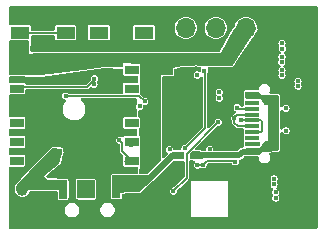
<source format=gbr>
%TF.GenerationSoftware,KiCad,Pcbnew,8.0.0*%
%TF.CreationDate,2024-06-09T10:51:48+02:00*%
%TF.ProjectId,projet s6,70726f6a-6574-4207-9336-2e6b69636164,rev?*%
%TF.SameCoordinates,Original*%
%TF.FileFunction,Copper,L4,Bot*%
%TF.FilePolarity,Positive*%
%FSLAX46Y46*%
G04 Gerber Fmt 4.6, Leading zero omitted, Abs format (unit mm)*
G04 Created by KiCad (PCBNEW 8.0.0) date 2024-06-09 10:51:48*
%MOMM*%
%LPD*%
G01*
G04 APERTURE LIST*
%TA.AperFunction,ComponentPad*%
%ADD10C,1.000000*%
%TD*%
%TA.AperFunction,ComponentPad*%
%ADD11R,1.700000X1.700000*%
%TD*%
%TA.AperFunction,ComponentPad*%
%ADD12O,1.700000X1.700000*%
%TD*%
%TA.AperFunction,ComponentPad*%
%ADD13R,1.650000X1.050000*%
%TD*%
%TA.AperFunction,SMDPad,CuDef*%
%ADD14R,1.100000X0.500000*%
%TD*%
%TA.AperFunction,SMDPad,CuDef*%
%ADD15R,1.650000X1.050000*%
%TD*%
%TA.AperFunction,SMDPad,CuDef*%
%ADD16R,1.200000X0.800000*%
%TD*%
%TA.AperFunction,SMDPad,CuDef*%
%ADD17R,0.700000X1.600000*%
%TD*%
%TA.AperFunction,SMDPad,CuDef*%
%ADD18R,0.700000X1.500000*%
%TD*%
%TA.AperFunction,HeatsinkPad*%
%ADD19R,1.000000X0.800000*%
%TD*%
%TA.AperFunction,SMDPad,CuDef*%
%ADD20R,1.150000X0.600000*%
%TD*%
%TA.AperFunction,SMDPad,CuDef*%
%ADD21R,1.150000X0.300000*%
%TD*%
%TA.AperFunction,SMDPad,CuDef*%
%ADD22R,2.000000X2.180000*%
%TD*%
%TA.AperFunction,ViaPad*%
%ADD23C,0.400000*%
%TD*%
%TA.AperFunction,Conductor*%
%ADD24C,0.200000*%
%TD*%
%TA.AperFunction,Conductor*%
%ADD25C,0.150000*%
%TD*%
%TA.AperFunction,Conductor*%
%ADD26C,0.500000*%
%TD*%
G04 APERTURE END LIST*
D10*
%TO.P,TP5,1,1*%
%TO.N,BAT+*%
X182610000Y-80680000D03*
%TD*%
%TO.P,TP1,1,1*%
%TO.N,GND*%
X182580000Y-82870000D03*
%TD*%
D11*
%TO.P,J2,1,Pin_1*%
%TO.N,GND*%
X204070000Y-66970000D03*
D12*
%TO.P,J2,2,Pin_2*%
%TO.N,+3.3V*%
X201530000Y-66970000D03*
%TO.P,J2,3,Pin_3*%
%TO.N,OLED_SCL*%
X198990000Y-66970000D03*
%TO.P,J2,4,Pin_4*%
%TO.N,OLED_SDA*%
X196450000Y-66970000D03*
%TD*%
D13*
%TO.P,SW1,1,1*%
%TO.N,GND*%
X189070000Y-65930000D03*
D14*
X190995000Y-68355000D03*
D13*
X192920000Y-65930000D03*
D15*
%TO.P,SW1,2,2*%
%TO.N,Net-(R11-Pad1)*%
X189070000Y-67380000D03*
X192920000Y-67380000D03*
%TD*%
D16*
%TO.P,PA1010D1,1,I2C_SDA*%
%TO.N,unconnected-(PA1010D1-I2C_SDA-Pad1)*%
X191850000Y-70500000D03*
%TO.P,PA1010D1,2,I2C_SCL*%
%TO.N,unconnected-(PA1010D1-I2C_SCL-Pad2)*%
X191850000Y-72100000D03*
%TO.P,PA1010D1,3,1PPS*%
%TO.N,unconnected-(PA1010D1-1PPS-Pad3)*%
X191850000Y-75000000D03*
%TO.P,PA1010D1,4,TX*%
%TO.N,Net-(PA1010D1-TX)*%
X191850000Y-76600000D03*
%TO.P,PA1010D1,5,RX*%
%TO.N,Net-(PA1010D1-RX)*%
X191850000Y-78200000D03*
%TO.P,PA1010D1,6,NRESET*%
%TO.N,unconnected-(PA1010D1-NRESET-Pad6)*%
X182150000Y-78200000D03*
%TO.P,PA1010D1,7,GND*%
%TO.N,GNDGPS*%
X182150000Y-76600000D03*
%TO.P,PA1010D1,8,WAKE_UP*%
%TO.N,unconnected-(PA1010D1-WAKE_UP-Pad8)*%
X182150000Y-75000000D03*
%TO.P,PA1010D1,9,VBACKUP*%
%TO.N,Net-(BT1-+)*%
X182150000Y-72100000D03*
%TO.P,PA1010D1,10,VCC*%
%TO.N,+3.3V*%
X182150000Y-70500000D03*
%TD*%
D17*
%TO.P,SW6,1,C*%
%TO.N,BAT+*%
X186060000Y-80640000D03*
D18*
%TO.P,SW6,2,B*%
%TO.N,Net-(SW6-B)*%
X187560000Y-80640000D03*
%TO.P,SW6,3,A*%
%TO.N,vusb*%
X190560000Y-80640000D03*
D19*
%TO.P,SW6,4,S*%
%TO.N,GND*%
X191960000Y-83355000D03*
X191960000Y-81425000D03*
X184660000Y-83355000D03*
X184660000Y-81425000D03*
%TD*%
D13*
%TO.P,SW2,1,1*%
%TO.N,GND*%
X182415000Y-65935000D03*
D14*
X184340000Y-68360000D03*
D13*
X186265000Y-65935000D03*
D15*
%TO.P,SW2,2,2*%
%TO.N,Net-(R10-Pad1)*%
X182415000Y-67385000D03*
X186265000Y-67385000D03*
%TD*%
D20*
%TO.P,J1,A1,GND*%
%TO.N,GND*%
X202045000Y-71850000D03*
X202045000Y-78250000D03*
%TO.P,J1,A4,VBUS*%
%TO.N,vusb*%
X202045000Y-72650000D03*
X202045000Y-77450000D03*
D21*
%TO.P,J1,A5,CC1*%
%TO.N,Net-(J1-CC1)*%
X202045000Y-73800000D03*
%TO.P,J1,A6,D+*%
%TO.N,Net-(J1-D+-PadA6)*%
X202045000Y-74800000D03*
%TO.P,J1,A7,D-*%
%TO.N,Net-(J1-D--PadA7)*%
X202045000Y-75300000D03*
%TO.P,J1,A8,SBU1*%
%TO.N,unconnected-(J1-SBU1-PadA8)*%
X202045000Y-76300000D03*
%TO.P,J1,B5,CC2*%
%TO.N,Net-(J1-CC2)*%
X202045000Y-76800000D03*
%TO.P,J1,B6,D+*%
%TO.N,Net-(J1-D+-PadA6)*%
X202045000Y-75800000D03*
%TO.P,J1,B7,D-*%
%TO.N,Net-(J1-D--PadA7)*%
X202045000Y-74300000D03*
%TO.P,J1,B8,SBU2*%
%TO.N,unconnected-(J1-SBU2-PadB8)*%
X202045000Y-73300000D03*
D22*
%TO.P,J1,S1,SHIELD*%
%TO.N,GND*%
X206550000Y-69940000D03*
X202620000Y-69940000D03*
X206550000Y-80160000D03*
X202620000Y-80160000D03*
%TD*%
D23*
%TO.N,+3.3V*%
X193850000Y-71540000D03*
X193870000Y-71980000D03*
X199570000Y-69310000D03*
X193200000Y-74420000D03*
X181690000Y-68400000D03*
X192790000Y-78230000D03*
X198880000Y-69920000D03*
X193810000Y-78240000D03*
X189890000Y-69460000D03*
X192700000Y-74420000D03*
X198860000Y-69330000D03*
X182220000Y-70510000D03*
X181720000Y-70510000D03*
X192810000Y-74900000D03*
X192800000Y-78840000D03*
X197900000Y-78560000D03*
X193300000Y-78860000D03*
X181710000Y-69920000D03*
X181710000Y-68900000D03*
X200630000Y-78310000D03*
X193450000Y-71980000D03*
X194190000Y-70450000D03*
X192760000Y-75340000D03*
X197420000Y-78570000D03*
X193260000Y-78240000D03*
X193710000Y-70460000D03*
%TO.N,Net-(U1-NRST)*%
X205950000Y-71900000D03*
X205940000Y-71470000D03*
X192540000Y-73610000D03*
%TO.N,GNDGPS*%
X182510000Y-76570000D03*
X181810000Y-76570000D03*
%TO.N,Net-(BT1-+)*%
X182100000Y-72020000D03*
X188706280Y-71250688D03*
X188680000Y-71750000D03*
%TO.N,COMPASSCL*%
X199190000Y-74940000D03*
X195390000Y-80770000D03*
%TO.N,Net-(J1-CC2)*%
X202540000Y-76790000D03*
%TO.N,Net-(J1-CC1)*%
X200800000Y-73710000D03*
%TO.N,OLED_SCL*%
X196380000Y-77150000D03*
X198030000Y-70580000D03*
%TO.N,Net-(PA1010D1-TX)*%
X191820000Y-76920000D03*
%TO.N,Net-(PA1010D1-RX)*%
X190830000Y-76460000D03*
%TO.N,B2*%
X192970000Y-73190000D03*
X186270000Y-72710000D03*
%TO.N,vusb*%
X197230000Y-77748506D03*
X203800000Y-74310000D03*
X197680000Y-77740000D03*
X203800000Y-74740000D03*
X190550000Y-80150000D03*
X203810000Y-75180000D03*
X190560000Y-80630000D03*
X196110000Y-77740000D03*
X195635356Y-77674644D03*
%TO.N,SWDIO*%
X199280000Y-72910000D03*
X204600000Y-70970000D03*
X204590000Y-70550000D03*
%TO.N,SWO*%
X204610000Y-68710000D03*
X197410000Y-70950000D03*
X204600000Y-68260000D03*
%TO.N,SWCLK*%
X204580000Y-69830000D03*
X204590000Y-69400000D03*
X199270000Y-72410000D03*
%TO.N,unconnected-(U1-PA4-Pad10)*%
X204070000Y-81380000D03*
X195070000Y-77250000D03*
X204056847Y-80880170D03*
%TO.N,unconnected-(U1-PB0-Pad14)*%
X203920000Y-79730000D03*
X198465000Y-77210000D03*
X203920000Y-80220000D03*
%TO.N,Net-(SW6-B)*%
X188510000Y-80120000D03*
X187570000Y-80610000D03*
X187560000Y-80140000D03*
X188510000Y-81120000D03*
X187570000Y-81110000D03*
X188510000Y-80610000D03*
%TO.N,GND*%
X207280000Y-80900000D03*
X181790000Y-82640000D03*
X197690000Y-66930000D03*
X189670000Y-74020000D03*
X203390000Y-69270000D03*
X186720000Y-78050000D03*
X189670000Y-75020000D03*
X181810000Y-79710000D03*
X188590000Y-73100000D03*
X203780000Y-77710000D03*
X200270000Y-66260000D03*
X202330000Y-81850000D03*
X201390000Y-65470000D03*
X203490000Y-78610000D03*
X192130000Y-79020000D03*
X189790000Y-83640000D03*
X184610000Y-76250000D03*
X186810000Y-80280000D03*
X195640000Y-73670000D03*
X182800000Y-78920000D03*
X194070000Y-68020000D03*
X207390000Y-78640000D03*
X181770000Y-75770000D03*
X182780000Y-72890000D03*
X197390000Y-65470000D03*
X204730000Y-80870000D03*
X181780000Y-74290000D03*
X181790000Y-81640000D03*
X207390000Y-83640000D03*
X203700000Y-71430000D03*
X200460000Y-72820000D03*
X201740000Y-71830000D03*
X195790000Y-83640000D03*
X207280000Y-79300000D03*
X191620000Y-73570000D03*
X194650000Y-75650000D03*
X189390000Y-77540000D03*
X197620000Y-73670000D03*
X192780000Y-81970000D03*
X181720000Y-66350000D03*
X207390000Y-67500000D03*
X185600000Y-72760000D03*
X184790000Y-83640000D03*
X198450000Y-71920000D03*
X183790000Y-83640000D03*
X190390000Y-65470000D03*
X195640000Y-74660000D03*
X184620000Y-74300000D03*
X191620000Y-81200000D03*
X188490000Y-68760000D03*
X205390000Y-77640000D03*
X193790000Y-83640000D03*
X207390000Y-66440000D03*
X198450000Y-71430000D03*
X186790000Y-83640000D03*
X201850000Y-80100000D03*
X182780000Y-74290000D03*
X207390000Y-76640000D03*
X197310000Y-70420000D03*
X197860000Y-68680000D03*
X207390000Y-82740000D03*
X196630000Y-75650000D03*
X195390000Y-65470000D03*
X185390000Y-65470000D03*
X187790000Y-82040000D03*
X198380000Y-76540000D03*
X186720000Y-72330000D03*
X194650000Y-73670000D03*
X183780000Y-77410000D03*
X197620000Y-74660000D03*
X205590000Y-83640000D03*
X182780000Y-73590000D03*
X185750000Y-79510000D03*
X205780000Y-80900000D03*
X205800000Y-69880000D03*
X205780000Y-80100000D03*
X195640000Y-75650000D03*
X202380000Y-71840000D03*
X184610000Y-75250000D03*
X194790000Y-83640000D03*
X207300000Y-69880000D03*
X203370000Y-69880000D03*
X187640000Y-67370000D03*
X206390000Y-77640000D03*
X186100000Y-71510000D03*
X205800000Y-69080000D03*
X184960000Y-79480000D03*
X183780000Y-78070000D03*
X194650000Y-74660000D03*
X199530000Y-68130000D03*
X206530000Y-80900000D03*
X189820000Y-73110000D03*
X181800000Y-78920000D03*
X187530000Y-71500000D03*
X187960000Y-73110000D03*
X206550000Y-69080000D03*
X206540000Y-72620000D03*
X192390000Y-65470000D03*
X185830000Y-82880000D03*
X206550000Y-70680000D03*
X196630000Y-74660000D03*
X187540000Y-71030000D03*
X194730000Y-67970000D03*
X189830000Y-72180000D03*
X207390000Y-81840000D03*
X185820000Y-82220000D03*
X190420000Y-75020000D03*
X189390000Y-76600000D03*
X207400000Y-68450000D03*
X206390000Y-65470000D03*
X181830000Y-71310000D03*
X197220000Y-68690000D03*
X188170000Y-74020000D03*
X191470711Y-67074977D03*
X190600000Y-78340000D03*
X188440000Y-72330000D03*
X203810000Y-72300000D03*
X184460000Y-65460000D03*
X200950000Y-79280000D03*
X182770000Y-75770000D03*
X201850000Y-80900000D03*
X205800000Y-70680000D03*
X202810000Y-71440000D03*
X190620000Y-79040000D03*
X207390000Y-65470000D03*
X186250000Y-78050000D03*
X207300000Y-69080000D03*
X181770000Y-80640000D03*
X190900000Y-72200000D03*
X198390000Y-65470000D03*
X185040000Y-72750000D03*
X206490000Y-83640000D03*
X182790000Y-81640000D03*
X188170000Y-76830000D03*
X182790000Y-83640000D03*
X197620000Y-72680000D03*
X191390000Y-65470000D03*
X202790000Y-67500000D03*
X192440000Y-68750000D03*
X190890000Y-70690000D03*
X185790000Y-83640000D03*
X199690000Y-71430000D03*
X186080000Y-68780000D03*
X202830000Y-81580000D03*
X188790000Y-82040000D03*
X182780000Y-77410000D03*
X198790000Y-83640000D03*
X182830000Y-71310000D03*
X200390000Y-65470000D03*
X187350000Y-79510000D03*
X207390000Y-74640000D03*
X188150000Y-79510000D03*
X187880000Y-68200000D03*
X202740000Y-69870000D03*
X187880000Y-68780000D03*
X201850000Y-79300000D03*
X200290000Y-81180000D03*
X192320000Y-81600000D03*
X200270000Y-66810000D03*
X188920000Y-74020000D03*
X194390000Y-65470000D03*
X195140000Y-66200000D03*
X203390000Y-65470000D03*
X194450425Y-68786961D03*
X195640000Y-72680000D03*
X207390000Y-72640000D03*
X187280000Y-68200000D03*
X202340000Y-78240000D03*
X205780000Y-79300000D03*
X199070000Y-71430000D03*
X200940000Y-76360000D03*
X200580000Y-83430000D03*
X190590000Y-76990000D03*
X191620000Y-73110000D03*
X197760000Y-79410000D03*
X196390000Y-65470000D03*
X191000000Y-67380000D03*
X202750000Y-79300000D03*
X188790000Y-83640000D03*
X207390000Y-71640000D03*
X199040000Y-71920000D03*
X206120000Y-74910000D03*
X204690000Y-83640000D03*
X188920000Y-75020000D03*
X186790000Y-81260000D03*
X201960000Y-69860000D03*
X202760000Y-69290000D03*
X189830000Y-70680000D03*
X207390000Y-77640000D03*
X195150000Y-66930000D03*
X186100000Y-71070000D03*
X203790000Y-83640000D03*
X181780000Y-73590000D03*
X188170000Y-75020000D03*
X190570000Y-77710000D03*
X181780000Y-77410000D03*
X198460000Y-68130000D03*
X196670000Y-68190000D03*
X192790000Y-83640000D03*
X197790000Y-83640000D03*
X196630000Y-73670000D03*
X186680000Y-68230000D03*
X202750000Y-80900000D03*
X191790000Y-83640000D03*
X204390000Y-65470000D03*
X190790000Y-83640000D03*
X199390000Y-65470000D03*
X197700000Y-66230000D03*
X204460000Y-72300000D03*
X204710000Y-79780000D03*
X201230000Y-78290000D03*
X195410000Y-68640000D03*
X206530000Y-79300000D03*
X205770000Y-72630000D03*
X191800000Y-71200000D03*
X186860000Y-75830000D03*
X186080000Y-68230000D03*
X193410000Y-68570000D03*
X190546733Y-67077157D03*
X196790000Y-83640000D03*
X187660000Y-66420000D03*
X181790000Y-83640000D03*
X207390000Y-73640000D03*
X194650000Y-72680000D03*
X187790000Y-83640000D03*
X181780000Y-72890000D03*
X196630000Y-72680000D03*
X197160000Y-79410000D03*
X207300000Y-70680000D03*
X202750000Y-80100000D03*
X187390000Y-65470000D03*
X203780000Y-82060000D03*
X190420000Y-74020000D03*
X183040000Y-65490000D03*
X199510000Y-83650000D03*
X202800000Y-66250000D03*
X185560000Y-75810000D03*
X205390000Y-65470000D03*
X201760000Y-78230000D03*
X207280000Y-80100000D03*
X181730000Y-65490000D03*
X202390000Y-65470000D03*
X191350000Y-79030000D03*
X183820000Y-82220000D03*
X199160000Y-68730000D03*
X196510000Y-80250000D03*
X200960000Y-80110000D03*
X193420000Y-80460000D03*
X200340000Y-82970000D03*
X207390000Y-75640000D03*
%TO.N,BAT+*%
X185590000Y-77670000D03*
X185090000Y-77670000D03*
X185560000Y-78190000D03*
X185080000Y-78184280D03*
%TO.N,Net-(R10-Pad1)*%
X181820000Y-67070000D03*
X182980000Y-67670000D03*
X182980000Y-67070000D03*
X181830000Y-67650000D03*
%TO.N,Net-(R11-Pad1)*%
X189670000Y-67650000D03*
X192300000Y-67630000D03*
X193500000Y-67630000D03*
X188470000Y-67050000D03*
X192300000Y-67030000D03*
X193500000Y-67030000D03*
X188470000Y-67650000D03*
X189670000Y-67050000D03*
%TO.N,Net-(J1-D--PadA7)*%
X204940000Y-75670000D03*
X200560000Y-74590000D03*
%TO.N,Net-(J1-D+-PadA6)*%
X201090000Y-74730000D03*
X204930000Y-73770000D03*
%TD*%
D24*
%TO.N,+3.3V*%
X200530000Y-78210000D02*
X200630000Y-78310000D01*
X197900000Y-78560000D02*
X198250000Y-78210000D01*
X197890000Y-78570000D02*
X197420000Y-78570000D01*
X198250000Y-78210000D02*
X200530000Y-78210000D01*
X197900000Y-78560000D02*
X197890000Y-78570000D01*
D25*
%TO.N,Net-(BT1-+)*%
X182520000Y-72100000D02*
X182210000Y-72030000D01*
X182210000Y-72030000D02*
X182100000Y-72020000D01*
X182670000Y-71950000D02*
X182590000Y-72030000D01*
X188680000Y-71750000D02*
X188680000Y-71390000D01*
X188700000Y-71370000D02*
X188120000Y-71950000D01*
X182590000Y-72030000D02*
X182520000Y-72100000D01*
X188680000Y-71276968D02*
X188680000Y-71750000D01*
X188680000Y-71390000D02*
X188700000Y-71370000D01*
X188706280Y-71250688D02*
X188706280Y-71363720D01*
X188706280Y-71250688D02*
X188680000Y-71276968D01*
X188706280Y-71363720D02*
X188700000Y-71370000D01*
X188120000Y-71950000D02*
X182670000Y-71950000D01*
X182100000Y-72020000D02*
X182150000Y-72100000D01*
%TO.N,COMPASSCL*%
X196520000Y-79640000D02*
X195390000Y-80770000D01*
X196520000Y-77610000D02*
X196520000Y-79640000D01*
X199190000Y-74940000D02*
X196520000Y-77610000D01*
%TO.N,Net-(J1-CC1)*%
X200800000Y-73710000D02*
X200890000Y-73800000D01*
X200890000Y-73800000D02*
X202045000Y-73800000D01*
%TO.N,OLED_SCL*%
X198055000Y-70605000D02*
X198055000Y-75475000D01*
X198055000Y-75475000D02*
X196380000Y-77150000D01*
X198030000Y-70580000D02*
X198055000Y-70605000D01*
%TO.N,Net-(PA1010D1-RX)*%
X191070000Y-77420000D02*
X191850000Y-78200000D01*
X191540000Y-78200000D02*
X191340000Y-78200000D01*
X191070000Y-76700000D02*
X191070000Y-77420000D01*
X190830000Y-76460000D02*
X191070000Y-76700000D01*
%TO.N,B2*%
X192970000Y-73190000D02*
X192490000Y-72710000D01*
X192490000Y-72710000D02*
X186270000Y-72710000D01*
D26*
%TO.N,vusb*%
X197700000Y-77760000D02*
X200960000Y-77760000D01*
X195340000Y-77760000D02*
X193400000Y-79700000D01*
X193400000Y-79700000D02*
X192520000Y-79700000D01*
X201270000Y-77450000D02*
X202045000Y-77450000D01*
X200960000Y-77760000D02*
X201270000Y-77450000D01*
X197680000Y-77740000D02*
X197700000Y-77760000D01*
D25*
%TO.N,Net-(R10-Pad1)*%
X185805000Y-67385000D02*
X182985000Y-67385000D01*
X182930000Y-67330000D02*
X182875000Y-67385000D01*
X182985000Y-67385000D02*
X182930000Y-67330000D01*
X185860000Y-67330000D02*
X185805000Y-67385000D01*
X182875000Y-67385000D02*
X182415000Y-67385000D01*
X186265000Y-67385000D02*
X185915000Y-67385000D01*
X185915000Y-67385000D02*
X185860000Y-67330000D01*
%TO.N,Net-(J1-D--PadA7)*%
X200560000Y-74990000D02*
X200560000Y-74590000D01*
X200800000Y-74300000D02*
X202045000Y-74300000D01*
X200560000Y-74590000D02*
X200560000Y-74560000D01*
X200550000Y-74550000D02*
X200800000Y-74300000D01*
X202045000Y-75300000D02*
X200870000Y-75300000D01*
X200870000Y-75300000D02*
X200560000Y-74990000D01*
X200560000Y-74560000D02*
X200550000Y-74550000D01*
%TO.N,Net-(J1-D+-PadA6)*%
X202790000Y-74800000D02*
X202045000Y-74800000D01*
X201140000Y-74800000D02*
X201090000Y-74750000D01*
X202920000Y-75710000D02*
X202920000Y-74930000D01*
X201090000Y-74730000D02*
X201070000Y-74730000D01*
X202920000Y-74930000D02*
X202790000Y-74800000D01*
X202045000Y-74800000D02*
X201140000Y-74800000D01*
X202045000Y-75800000D02*
X202830000Y-75800000D01*
X201070000Y-74730000D02*
X201080000Y-74740000D01*
X201090000Y-74750000D02*
X201090000Y-74730000D01*
X202830000Y-75800000D02*
X202920000Y-75710000D01*
%TD*%
%TA.AperFunction,Conductor*%
%TO.N,vusb*%
G36*
X193330900Y-79448220D02*
G01*
X193559522Y-79647532D01*
X193635729Y-79713969D01*
X193660928Y-79764691D01*
X193642880Y-79818376D01*
X193635481Y-79825743D01*
X192470582Y-80832216D01*
X192422799Y-80850219D01*
X191210000Y-80860000D01*
X191209999Y-80860000D01*
X191201809Y-80873650D01*
X191156302Y-80907366D01*
X191137609Y-80909571D01*
X190264256Y-80900750D01*
X190212151Y-80878549D01*
X190191007Y-80826007D01*
X190191010Y-80825747D01*
X190209007Y-79502993D01*
X190231391Y-79450967D01*
X190283000Y-79430000D01*
X193282273Y-79430000D01*
X193330900Y-79448220D01*
G37*
%TD.AperFunction*%
%TD*%
%TA.AperFunction,Conductor*%
%TO.N,+3.3V*%
G36*
X195310000Y-69170000D02*
G01*
X195323050Y-70337999D01*
X195323049Y-70338000D01*
X195329130Y-70882180D01*
X195308042Y-70934745D01*
X195255962Y-70957002D01*
X195252235Y-70956950D01*
X194310000Y-70919999D01*
X194310000Y-70920000D01*
X194329915Y-78209025D01*
X194308384Y-78261410D01*
X194307995Y-78261798D01*
X193280805Y-79279389D01*
X193230724Y-79300791D01*
X192597433Y-79317907D01*
X192544541Y-79297655D01*
X192521461Y-79245933D01*
X192521447Y-79242579D01*
X192531975Y-78679291D01*
X192542369Y-78646153D01*
X192541879Y-78645950D01*
X192544163Y-78640433D01*
X192544438Y-78639558D01*
X192544669Y-78639213D01*
X192550500Y-78609899D01*
X192550499Y-77790102D01*
X192550317Y-77789191D01*
X192548908Y-77773377D01*
X192580000Y-76110000D01*
X192579999Y-76109999D01*
X192580000Y-76109999D01*
X192517595Y-76105199D01*
X192467086Y-76079575D01*
X192449276Y-76032210D01*
X192444272Y-75563517D01*
X192465385Y-75510967D01*
X192483263Y-75498884D01*
X192483153Y-75498719D01*
X192522454Y-75472459D01*
X192522453Y-75472459D01*
X192522457Y-75472457D01*
X192544669Y-75439213D01*
X192550500Y-75409899D01*
X192550499Y-74590102D01*
X192544669Y-74560787D01*
X192544668Y-74560786D01*
X192544668Y-74560784D01*
X192522459Y-74527545D01*
X192522456Y-74527542D01*
X192489213Y-74505331D01*
X192482479Y-74502542D01*
X192483423Y-74500262D01*
X192444679Y-74474372D01*
X192432214Y-74434055D01*
X192427422Y-73985287D01*
X192448536Y-73932736D01*
X192500628Y-73910504D01*
X192501418Y-73910500D01*
X192592988Y-73910500D01*
X192592988Y-73910499D01*
X192692568Y-73874256D01*
X192773748Y-73806138D01*
X192826734Y-73714363D01*
X192845136Y-73610000D01*
X192839379Y-73577349D01*
X192851638Y-73522055D01*
X192899406Y-73491624D01*
X192912255Y-73490500D01*
X193022988Y-73490500D01*
X193022988Y-73490499D01*
X193122568Y-73454256D01*
X193203748Y-73386138D01*
X193256734Y-73294363D01*
X193275136Y-73190000D01*
X193256734Y-73085637D01*
X193245886Y-73066847D01*
X193203747Y-72993860D01*
X193122570Y-72925745D01*
X193122567Y-72925743D01*
X193022988Y-72889500D01*
X193022986Y-72889500D01*
X192948347Y-72889500D01*
X192896021Y-72867826D01*
X192589412Y-72561217D01*
X192583389Y-72557193D01*
X192551921Y-72510102D01*
X192550499Y-72495672D01*
X192550499Y-71690102D01*
X192550499Y-71690101D01*
X192550499Y-71690098D01*
X192544094Y-71657894D01*
X192542674Y-71644031D01*
X192537523Y-70971751D01*
X192543155Y-70942866D01*
X192544664Y-70939219D01*
X192544669Y-70939213D01*
X192550500Y-70909899D01*
X192550499Y-70090102D01*
X192544669Y-70060787D01*
X192542675Y-70057803D01*
X192530208Y-70017262D01*
X192530000Y-69990000D01*
X192540000Y-69150000D01*
X195310000Y-69170000D01*
G37*
%TD.AperFunction*%
%TD*%
%TA.AperFunction,Conductor*%
%TO.N,vusb*%
G36*
X197436372Y-77421011D02*
G01*
X197997601Y-77510095D01*
X198045882Y-77539704D01*
X198060000Y-77583180D01*
X198060000Y-77814032D01*
X198038326Y-77866358D01*
X198031719Y-77872220D01*
X197799782Y-78054456D01*
X197754842Y-78070264D01*
X196904779Y-78079212D01*
X196852228Y-78058090D01*
X196830004Y-78005995D01*
X196830000Y-78005216D01*
X196830000Y-77578846D01*
X196851673Y-77526521D01*
X196929035Y-77449159D01*
X196980122Y-77427497D01*
X197423551Y-77420107D01*
X197436372Y-77421011D01*
G37*
%TD.AperFunction*%
%TD*%
%TA.AperFunction,Conductor*%
%TO.N,vusb*%
G36*
X196307784Y-77451903D02*
G01*
X196329996Y-77504003D01*
X196330000Y-77504766D01*
X196330000Y-78026000D01*
X196308326Y-78078326D01*
X196256000Y-78100000D01*
X195364351Y-78100000D01*
X195320406Y-78085538D01*
X194997687Y-77847340D01*
X194968458Y-77798828D01*
X194982094Y-77743857D01*
X194995558Y-77729896D01*
X195340112Y-77455819D01*
X195385410Y-77439738D01*
X196255238Y-77430770D01*
X196307784Y-77451903D01*
G37*
%TD.AperFunction*%
%TD*%
%TA.AperFunction,Conductor*%
%TO.N,vusb*%
G36*
X202585373Y-72379685D02*
G01*
X202593212Y-72385161D01*
X202723680Y-72484000D01*
X202890000Y-72610000D01*
X203120000Y-72660000D01*
X204208119Y-72660000D01*
X204275158Y-72679685D01*
X204320913Y-72732489D01*
X204332101Y-72781863D01*
X204339985Y-73239180D01*
X204340002Y-73240940D01*
X204349999Y-76529623D01*
X204350000Y-76530000D01*
X204350000Y-77226145D01*
X204330315Y-77293184D01*
X204277511Y-77338939D01*
X204236560Y-77349695D01*
X203179994Y-77440000D01*
X203109468Y-77458560D01*
X203102414Y-77460417D01*
X203070858Y-77464500D01*
X203057399Y-77464500D01*
X202936464Y-77496905D01*
X202936461Y-77496906D01*
X202936460Y-77496907D01*
X202927978Y-77501804D01*
X202897541Y-77514331D01*
X202800000Y-77540000D01*
X202635895Y-77695900D01*
X202573734Y-77727802D01*
X202550490Y-77730000D01*
X201594000Y-77730000D01*
X201526961Y-77710315D01*
X201481206Y-77657511D01*
X201470000Y-77606000D01*
X201470000Y-77271105D01*
X201489685Y-77204066D01*
X201542489Y-77158311D01*
X201591071Y-77147140D01*
X202740000Y-77120000D01*
X203074717Y-76622447D01*
X203128467Y-76577814D01*
X203173169Y-76567743D01*
X203390000Y-76560000D01*
X203370000Y-73510000D01*
X203174800Y-73510000D01*
X203107761Y-73490315D01*
X203065113Y-73443835D01*
X202810000Y-72960000D01*
X201584000Y-72960000D01*
X201516961Y-72940315D01*
X201471206Y-72887511D01*
X201460000Y-72836000D01*
X201460000Y-72484000D01*
X201479685Y-72416961D01*
X201532489Y-72371206D01*
X201584000Y-72360000D01*
X202518334Y-72360000D01*
X202585373Y-72379685D01*
G37*
%TD.AperFunction*%
%TD*%
%TA.AperFunction,Conductor*%
%TO.N,GND*%
G36*
X207592539Y-65170185D02*
G01*
X207638294Y-65222989D01*
X207649500Y-65274500D01*
X207649500Y-83825500D01*
X207629815Y-83892539D01*
X207577011Y-83938294D01*
X207525500Y-83949500D01*
X181574500Y-83949500D01*
X181507461Y-83929815D01*
X181461706Y-83877011D01*
X181450500Y-83825500D01*
X181450500Y-82469056D01*
X186209500Y-82469056D01*
X186250423Y-82621783D01*
X186250426Y-82621790D01*
X186329475Y-82758709D01*
X186329479Y-82758714D01*
X186329480Y-82758716D01*
X186441284Y-82870520D01*
X186441286Y-82870521D01*
X186441290Y-82870524D01*
X186578209Y-82949573D01*
X186578216Y-82949577D01*
X186730943Y-82990500D01*
X186730945Y-82990500D01*
X186889055Y-82990500D01*
X186889057Y-82990500D01*
X187041784Y-82949577D01*
X187178716Y-82870520D01*
X187290520Y-82758716D01*
X187369577Y-82621784D01*
X187410500Y-82469057D01*
X187410500Y-82469056D01*
X189209500Y-82469056D01*
X189250423Y-82621783D01*
X189250426Y-82621790D01*
X189329475Y-82758709D01*
X189329479Y-82758714D01*
X189329480Y-82758716D01*
X189441284Y-82870520D01*
X189441286Y-82870521D01*
X189441290Y-82870524D01*
X189578209Y-82949573D01*
X189578216Y-82949577D01*
X189730943Y-82990500D01*
X189730945Y-82990500D01*
X189889055Y-82990500D01*
X189889057Y-82990500D01*
X190041784Y-82949577D01*
X190178716Y-82870520D01*
X190290520Y-82758716D01*
X190369577Y-82621784D01*
X190410500Y-82469057D01*
X190410500Y-82310943D01*
X190369577Y-82158216D01*
X190338670Y-82104683D01*
X190290524Y-82021290D01*
X190290518Y-82021282D01*
X190178717Y-81909481D01*
X190178709Y-81909475D01*
X190041790Y-81830426D01*
X190041786Y-81830424D01*
X190041784Y-81830423D01*
X189889057Y-81789500D01*
X189730943Y-81789500D01*
X189578216Y-81830423D01*
X189578209Y-81830426D01*
X189441290Y-81909475D01*
X189441282Y-81909481D01*
X189329481Y-82021282D01*
X189329475Y-82021290D01*
X189250426Y-82158209D01*
X189250423Y-82158216D01*
X189209500Y-82310943D01*
X189209500Y-82469056D01*
X187410500Y-82469056D01*
X187410500Y-82310943D01*
X187369577Y-82158216D01*
X187338670Y-82104683D01*
X187290524Y-82021290D01*
X187290518Y-82021282D01*
X187178717Y-81909481D01*
X187178709Y-81909475D01*
X187041790Y-81830426D01*
X187041786Y-81830424D01*
X187041784Y-81830423D01*
X186889057Y-81789500D01*
X186730943Y-81789500D01*
X186578216Y-81830423D01*
X186578209Y-81830426D01*
X186441290Y-81909475D01*
X186441282Y-81909481D01*
X186329481Y-82021282D01*
X186329475Y-82021290D01*
X186250426Y-82158209D01*
X186250423Y-82158216D01*
X186209500Y-82310943D01*
X186209500Y-82469056D01*
X181450500Y-82469056D01*
X181450500Y-80680001D01*
X182004318Y-80680001D01*
X182024955Y-80836760D01*
X182024956Y-80836762D01*
X182071422Y-80948942D01*
X182085464Y-80982841D01*
X182181718Y-81108282D01*
X182307159Y-81204536D01*
X182453238Y-81265044D01*
X182531619Y-81275363D01*
X182609999Y-81285682D01*
X182610000Y-81285682D01*
X182610001Y-81285682D01*
X182662254Y-81278802D01*
X182766762Y-81265044D01*
X182912841Y-81204536D01*
X183038282Y-81108282D01*
X183134536Y-80982841D01*
X183188421Y-80852750D01*
X183232260Y-80798348D01*
X183298554Y-80776283D01*
X183303455Y-80776205D01*
X185485980Y-80784598D01*
X185552940Y-80804539D01*
X185598492Y-80857519D01*
X185609500Y-80908596D01*
X185609500Y-81449894D01*
X185609501Y-81449902D01*
X185615330Y-81479212D01*
X185637542Y-81512457D01*
X185654219Y-81523599D01*
X185670787Y-81534669D01*
X185670790Y-81534669D01*
X185670791Y-81534670D01*
X185680647Y-81536630D01*
X185700101Y-81540500D01*
X186068380Y-81540499D01*
X186070150Y-81540511D01*
X186292722Y-81543692D01*
X186303766Y-81542624D01*
X186319334Y-81541119D01*
X186319363Y-81541424D01*
X186331558Y-81540499D01*
X186419895Y-81540499D01*
X186419898Y-81540499D01*
X186449213Y-81534669D01*
X186482457Y-81512457D01*
X186504669Y-81479213D01*
X186510500Y-81449899D01*
X186510499Y-81399894D01*
X187109500Y-81399894D01*
X187109501Y-81399902D01*
X187115330Y-81429212D01*
X187137542Y-81462457D01*
X187154219Y-81473599D01*
X187170787Y-81484669D01*
X187200101Y-81490500D01*
X187257141Y-81490499D01*
X187281334Y-81492882D01*
X187294495Y-81495500D01*
X188704630Y-81495500D01*
X188705188Y-81495496D01*
X188705553Y-81495495D01*
X188707004Y-81495481D01*
X188748263Y-81486645D01*
X188800154Y-81463949D01*
X188814754Y-81456145D01*
X188856119Y-81405744D01*
X188876763Y-81353003D01*
X188884001Y-81312481D01*
X188883278Y-81275633D01*
X188856902Y-79930479D01*
X188856902Y-79930478D01*
X188848491Y-79891220D01*
X188848488Y-79891212D01*
X188826839Y-79840363D01*
X188826838Y-79840360D01*
X188826835Y-79840354D01*
X188826832Y-79840347D01*
X188819716Y-79826550D01*
X188795913Y-79806220D01*
X188770135Y-79784204D01*
X188729910Y-79767543D01*
X188717810Y-79762531D01*
X188717808Y-79762530D01*
X188717804Y-79762529D01*
X188677439Y-79754500D01*
X188677437Y-79754500D01*
X187303708Y-79754500D01*
X187263661Y-79762396D01*
X187263656Y-79762397D01*
X187211678Y-79783724D01*
X187211292Y-79783901D01*
X187211090Y-79783966D01*
X187209482Y-79784626D01*
X187209430Y-79784501D01*
X187184030Y-79792697D01*
X187170787Y-79795330D01*
X187137542Y-79817542D01*
X187115332Y-79850785D01*
X187115329Y-79850791D01*
X187109500Y-79880098D01*
X187109500Y-81399894D01*
X186510499Y-81399894D01*
X186510499Y-81398298D01*
X186515522Y-81363362D01*
X186521226Y-81343940D01*
X186525500Y-81314216D01*
X186525500Y-79961880D01*
X186523279Y-79940344D01*
X186513109Y-79891574D01*
X186510499Y-79866265D01*
X186510499Y-79830105D01*
X186510498Y-79830097D01*
X186504669Y-79800787D01*
X186482457Y-79767542D01*
X186449214Y-79745332D01*
X186449215Y-79745332D01*
X186449213Y-79745331D01*
X186449211Y-79745330D01*
X186449208Y-79745329D01*
X186419901Y-79739500D01*
X186419899Y-79739500D01*
X186353780Y-79739500D01*
X186334093Y-79737200D01*
X186333980Y-79737906D01*
X186299964Y-79732414D01*
X184804102Y-79706624D01*
X184737412Y-79685786D01*
X184702133Y-79650005D01*
X184661989Y-79587965D01*
X184642098Y-79520988D01*
X184661574Y-79453888D01*
X184689205Y-79423322D01*
X185735337Y-78596542D01*
X185736505Y-78595605D01*
X185739247Y-78593374D01*
X185760452Y-78570049D01*
X185799201Y-78511909D01*
X185812129Y-78484806D01*
X185818107Y-78465637D01*
X185843846Y-78383094D01*
X186084597Y-77611031D01*
X186088377Y-77594136D01*
X186093956Y-77553960D01*
X186094922Y-77536673D01*
X186088532Y-77293866D01*
X186086249Y-77274638D01*
X186083973Y-77263967D01*
X186076796Y-77230310D01*
X186076795Y-77230309D01*
X186076795Y-77230306D01*
X186055679Y-77186010D01*
X186011770Y-77131661D01*
X185962900Y-77097819D01*
X185962898Y-77097818D01*
X185962899Y-77097818D01*
X185896593Y-77075839D01*
X185896573Y-77075834D01*
X185867028Y-77070541D01*
X185867010Y-77070539D01*
X185169189Y-77046478D01*
X185169173Y-77046477D01*
X185154879Y-77046954D01*
X185154870Y-77046955D01*
X185121490Y-77050347D01*
X185079500Y-77063887D01*
X185018955Y-77098759D01*
X185018953Y-77098760D01*
X184995329Y-77117297D01*
X183104694Y-79096098D01*
X183103720Y-79097119D01*
X183103717Y-79097122D01*
X182468014Y-79762531D01*
X182068070Y-80181163D01*
X182068043Y-80181192D01*
X182061453Y-80188786D01*
X182061436Y-80188808D01*
X182046787Y-80207418D01*
X182028457Y-80242952D01*
X182008775Y-80309980D01*
X182004500Y-80339715D01*
X182004500Y-80554773D01*
X182007020Y-80577683D01*
X182007024Y-80577709D01*
X182009021Y-80586673D01*
X182010925Y-80629812D01*
X182004318Y-80679998D01*
X182004318Y-80680001D01*
X181450500Y-80680001D01*
X181450500Y-78824499D01*
X181470185Y-78757460D01*
X181522989Y-78711705D01*
X181574495Y-78700499D01*
X182759898Y-78700499D01*
X182789213Y-78694669D01*
X182822457Y-78672457D01*
X182844669Y-78639213D01*
X182850500Y-78609899D01*
X182850499Y-77790102D01*
X182844669Y-77760787D01*
X182833863Y-77744614D01*
X182822457Y-77727542D01*
X182789214Y-77705332D01*
X182789215Y-77705332D01*
X182789213Y-77705331D01*
X182789211Y-77705330D01*
X182789208Y-77705329D01*
X182759901Y-77699500D01*
X181574500Y-77699500D01*
X181507461Y-77679815D01*
X181461706Y-77627011D01*
X181450500Y-77575500D01*
X181450500Y-77224499D01*
X181470185Y-77157460D01*
X181522989Y-77111705D01*
X181574495Y-77100499D01*
X182759898Y-77100499D01*
X182789213Y-77094669D01*
X182822457Y-77072457D01*
X182844669Y-77039213D01*
X182850500Y-77009899D01*
X182850499Y-76190102D01*
X182844669Y-76160787D01*
X182843809Y-76159500D01*
X182822457Y-76127542D01*
X182789214Y-76105332D01*
X182789215Y-76105332D01*
X182789213Y-76105331D01*
X182789211Y-76105330D01*
X182789208Y-76105329D01*
X182759901Y-76099500D01*
X181574500Y-76099500D01*
X181507461Y-76079815D01*
X181461706Y-76027011D01*
X181450500Y-75975500D01*
X181450500Y-75624499D01*
X181470185Y-75557460D01*
X181522989Y-75511705D01*
X181574495Y-75500499D01*
X182759898Y-75500499D01*
X182789213Y-75494669D01*
X182822457Y-75472457D01*
X182844669Y-75439213D01*
X182850500Y-75409899D01*
X182850499Y-74590102D01*
X182844669Y-74560787D01*
X182833900Y-74544669D01*
X182822457Y-74527542D01*
X182789214Y-74505332D01*
X182789215Y-74505332D01*
X182789213Y-74505331D01*
X182789211Y-74505330D01*
X182789208Y-74505329D01*
X182759901Y-74499500D01*
X181574500Y-74499500D01*
X181507461Y-74479815D01*
X181461706Y-74427011D01*
X181450500Y-74375500D01*
X181450500Y-72724499D01*
X181470185Y-72657460D01*
X181522989Y-72611705D01*
X181574495Y-72600499D01*
X182759898Y-72600499D01*
X182789213Y-72594669D01*
X182822457Y-72572457D01*
X182844669Y-72539213D01*
X182845544Y-72534815D01*
X182850500Y-72509901D01*
X182850500Y-72249500D01*
X182870185Y-72182461D01*
X182922989Y-72136706D01*
X182974500Y-72125500D01*
X188154907Y-72125500D01*
X188154909Y-72125500D01*
X188219413Y-72098782D01*
X188325565Y-71992629D01*
X188386885Y-71959145D01*
X188456577Y-71964129D01*
X188492950Y-71985322D01*
X188527432Y-72014256D01*
X188527433Y-72014257D01*
X188568449Y-72029184D01*
X188627014Y-72050500D01*
X188627017Y-72050500D01*
X188732983Y-72050500D01*
X188732986Y-72050500D01*
X188815020Y-72020642D01*
X188832566Y-72014257D01*
X188832568Y-72014256D01*
X188844359Y-72004362D01*
X188913748Y-71946138D01*
X188966734Y-71854363D01*
X188985136Y-71750000D01*
X188966734Y-71645637D01*
X188956287Y-71627543D01*
X188931264Y-71584200D01*
X188914791Y-71516300D01*
X188935421Y-71456692D01*
X188934604Y-71456221D01*
X188937051Y-71451981D01*
X188937643Y-71450273D01*
X188939198Y-71448262D01*
X188940026Y-71446827D01*
X188940028Y-71446826D01*
X188993014Y-71355051D01*
X189011416Y-71250688D01*
X189011382Y-71250498D01*
X189003491Y-71205743D01*
X188993014Y-71146325D01*
X188988541Y-71138578D01*
X188940030Y-71054553D01*
X188940029Y-71054552D01*
X188940028Y-71054550D01*
X188903712Y-71024077D01*
X188858848Y-70986431D01*
X188858846Y-70986430D01*
X188776813Y-70956574D01*
X188759266Y-70950188D01*
X188653294Y-70950188D01*
X188653291Y-70950188D01*
X188653291Y-70950189D01*
X188553713Y-70986430D01*
X188553711Y-70986431D01*
X188472534Y-71054548D01*
X188472529Y-71054553D01*
X188419548Y-71146319D01*
X188419546Y-71146325D01*
X188401144Y-71250687D01*
X188401144Y-71250688D01*
X188415413Y-71331611D01*
X188407669Y-71401051D01*
X188380978Y-71440825D01*
X188083622Y-71738182D01*
X188022302Y-71771666D01*
X187995943Y-71774500D01*
X182969051Y-71774500D01*
X182902012Y-71754815D01*
X182856257Y-71702011D01*
X182847433Y-71674690D01*
X182844669Y-71660787D01*
X182834543Y-71645631D01*
X182822457Y-71627542D01*
X182789214Y-71605332D01*
X182789215Y-71605332D01*
X182789213Y-71605331D01*
X182789211Y-71605330D01*
X182789208Y-71605329D01*
X182759901Y-71599500D01*
X181574500Y-71599500D01*
X181507461Y-71579815D01*
X181461706Y-71527011D01*
X181450500Y-71475500D01*
X181450500Y-71190761D01*
X181470185Y-71123722D01*
X181522989Y-71077967D01*
X181575846Y-71066769D01*
X184184319Y-71095225D01*
X184203598Y-71095436D01*
X184203598Y-71095435D01*
X184203599Y-71095436D01*
X184211066Y-71095253D01*
X184211080Y-71095252D01*
X184211086Y-71095252D01*
X184213506Y-71095106D01*
X184221520Y-71094626D01*
X184228957Y-71093915D01*
X189607330Y-70386758D01*
X189625154Y-70385712D01*
X191023591Y-70404483D01*
X191024263Y-70404490D01*
X191025256Y-70404497D01*
X191025260Y-70404496D01*
X191026355Y-70404504D01*
X191093257Y-70424650D01*
X191138647Y-70477769D01*
X191149500Y-70528501D01*
X191149500Y-70909894D01*
X191149501Y-70909902D01*
X191155330Y-70939212D01*
X191177542Y-70972457D01*
X191194219Y-70983599D01*
X191210787Y-70994669D01*
X191210790Y-70994669D01*
X191210791Y-70994670D01*
X191220647Y-70996630D01*
X191240101Y-71000500D01*
X192309186Y-71000499D01*
X192376225Y-71020183D01*
X192421980Y-71072987D01*
X192433182Y-71123549D01*
X192435871Y-71474550D01*
X192416701Y-71541738D01*
X192364249Y-71587896D01*
X192311875Y-71599500D01*
X191240105Y-71599500D01*
X191240097Y-71599501D01*
X191210787Y-71605330D01*
X191177542Y-71627542D01*
X191155332Y-71660785D01*
X191155329Y-71660791D01*
X191149500Y-71690098D01*
X191149500Y-71690100D01*
X191149500Y-71690101D01*
X191149500Y-72098782D01*
X191149501Y-72410500D01*
X191129817Y-72477539D01*
X191077013Y-72523294D01*
X191025501Y-72534500D01*
X186573475Y-72534500D01*
X186506436Y-72514815D01*
X186493769Y-72505489D01*
X186422567Y-72445743D01*
X186422566Y-72445742D01*
X186340533Y-72415886D01*
X186322986Y-72409500D01*
X186217014Y-72409500D01*
X186217011Y-72409500D01*
X186217011Y-72409501D01*
X186117433Y-72445742D01*
X186117431Y-72445743D01*
X186036254Y-72513860D01*
X186036249Y-72513865D01*
X185983268Y-72605631D01*
X185983266Y-72605637D01*
X185965010Y-72709174D01*
X185964864Y-72710000D01*
X185981727Y-72805637D01*
X185983266Y-72814362D01*
X185983268Y-72814368D01*
X186036249Y-72906134D01*
X186036250Y-72906135D01*
X186036252Y-72906138D01*
X186040855Y-72910000D01*
X186117431Y-72974256D01*
X186117433Y-72974257D01*
X186158449Y-72989184D01*
X186217014Y-73010500D01*
X186217022Y-73010500D01*
X186218997Y-73010849D01*
X186221825Y-73012251D01*
X186227208Y-73014210D01*
X186226989Y-73014810D01*
X186281599Y-73041878D01*
X186317487Y-73101826D01*
X186315269Y-73171660D01*
X186285144Y-73220645D01*
X186261697Y-73244092D01*
X186157681Y-73399762D01*
X186157676Y-73399771D01*
X186086027Y-73572748D01*
X186086025Y-73572756D01*
X186049500Y-73756379D01*
X186049500Y-73943620D01*
X186086025Y-74127243D01*
X186086027Y-74127251D01*
X186157676Y-74300228D01*
X186157681Y-74300237D01*
X186261697Y-74455907D01*
X186261700Y-74455911D01*
X186394088Y-74588299D01*
X186394092Y-74588302D01*
X186549762Y-74692318D01*
X186549768Y-74692321D01*
X186549769Y-74692322D01*
X186722749Y-74763973D01*
X186893036Y-74797845D01*
X186906379Y-74800499D01*
X186906383Y-74800500D01*
X186906384Y-74800500D01*
X187093617Y-74800500D01*
X187093618Y-74800499D01*
X187277251Y-74763973D01*
X187450231Y-74692322D01*
X187605908Y-74588302D01*
X187738302Y-74455908D01*
X187842322Y-74300231D01*
X187913973Y-74127251D01*
X187950500Y-73943616D01*
X187950500Y-73756384D01*
X187913973Y-73572749D01*
X187854424Y-73428986D01*
X187842323Y-73399771D01*
X187842318Y-73399762D01*
X187738302Y-73244092D01*
X187738299Y-73244088D01*
X187605911Y-73111700D01*
X187601200Y-73107834D01*
X187602229Y-73106579D01*
X187562459Y-73058996D01*
X187553748Y-72989671D01*
X187583899Y-72926642D01*
X187643340Y-72889920D01*
X187676152Y-72885500D01*
X192199478Y-72885500D01*
X192266517Y-72905185D01*
X192312272Y-72957989D01*
X192322216Y-73027147D01*
X192321095Y-73033693D01*
X192314500Y-73066845D01*
X192314500Y-73235502D01*
X192322529Y-73275867D01*
X192322532Y-73275877D01*
X192326623Y-73285753D01*
X192334090Y-73355222D01*
X192311152Y-73404164D01*
X192311676Y-73404467D01*
X192308139Y-73410592D01*
X192307058Y-73412900D01*
X192306253Y-73413858D01*
X192253268Y-73505631D01*
X192253266Y-73505637D01*
X192234864Y-73609999D01*
X192234864Y-73610000D01*
X192253266Y-73714362D01*
X192253268Y-73714368D01*
X192306249Y-73806134D01*
X192312189Y-73813212D01*
X192340204Y-73877219D01*
X192332264Y-73939144D01*
X192329528Y-73945955D01*
X192329527Y-73945958D01*
X192326908Y-73959901D01*
X192323568Y-73977686D01*
X192321928Y-73986415D01*
X192326068Y-74374176D01*
X192307100Y-74441422D01*
X192254788Y-74487738D01*
X192202075Y-74499500D01*
X191240105Y-74499500D01*
X191240097Y-74499501D01*
X191210787Y-74505330D01*
X191177542Y-74527542D01*
X191155332Y-74560785D01*
X191155329Y-74560791D01*
X191149500Y-74590098D01*
X191149500Y-75409894D01*
X191149501Y-75409902D01*
X191155330Y-75439212D01*
X191177542Y-75472457D01*
X191182097Y-75475500D01*
X191210787Y-75494669D01*
X191210790Y-75494669D01*
X191210791Y-75494670D01*
X191220647Y-75496630D01*
X191240101Y-75500500D01*
X192215409Y-75500499D01*
X192282448Y-75520183D01*
X192328203Y-75572987D01*
X192339402Y-75623175D01*
X192343150Y-75974176D01*
X192324182Y-76041422D01*
X192271870Y-76087738D01*
X192219157Y-76099500D01*
X191240105Y-76099500D01*
X191240097Y-76099501D01*
X191210787Y-76105330D01*
X191177543Y-76127542D01*
X191154907Y-76161422D01*
X191101295Y-76206228D01*
X191031970Y-76214937D01*
X190989807Y-76199923D01*
X190982565Y-76195742D01*
X190905944Y-76167855D01*
X190882986Y-76159500D01*
X190777014Y-76159500D01*
X190777011Y-76159500D01*
X190777011Y-76159501D01*
X190677433Y-76195742D01*
X190677431Y-76195743D01*
X190596254Y-76263860D01*
X190596249Y-76263865D01*
X190543268Y-76355631D01*
X190543266Y-76355637D01*
X190524864Y-76460000D01*
X190541673Y-76555331D01*
X190543266Y-76564362D01*
X190543268Y-76564368D01*
X190596249Y-76656134D01*
X190596250Y-76656135D01*
X190596252Y-76656138D01*
X190631408Y-76685637D01*
X190677431Y-76724256D01*
X190677433Y-76724257D01*
X190718449Y-76739184D01*
X190777014Y-76760500D01*
X190777022Y-76760500D01*
X190787701Y-76762384D01*
X190787170Y-76765394D01*
X190837539Y-76780185D01*
X190883294Y-76832989D01*
X190894500Y-76884500D01*
X190894500Y-77385091D01*
X190894500Y-77454909D01*
X190910505Y-77493548D01*
X190921218Y-77519413D01*
X191113181Y-77711376D01*
X191146666Y-77772699D01*
X191149500Y-77799057D01*
X191149500Y-78609894D01*
X191149501Y-78609902D01*
X191155330Y-78639212D01*
X191177542Y-78672457D01*
X191194219Y-78683599D01*
X191210787Y-78694669D01*
X191210790Y-78694669D01*
X191210791Y-78694670D01*
X191220647Y-78696630D01*
X191240101Y-78700500D01*
X192299720Y-78700499D01*
X192366759Y-78720183D01*
X192412514Y-78772987D01*
X192423698Y-78826816D01*
X192416671Y-79202817D01*
X192395738Y-79269477D01*
X192342088Y-79314237D01*
X192292693Y-79324500D01*
X190282994Y-79324500D01*
X190243293Y-79332257D01*
X190243288Y-79332259D01*
X190191690Y-79353221D01*
X190177495Y-79360272D01*
X190134479Y-79409271D01*
X190134478Y-79409272D01*
X190112095Y-79461298D01*
X190112094Y-79461299D01*
X190103517Y-79501553D01*
X190085517Y-80824572D01*
X190093136Y-80865397D01*
X190093136Y-80865398D01*
X190100534Y-80883780D01*
X190109500Y-80930074D01*
X190109500Y-81399894D01*
X190109501Y-81399902D01*
X190115330Y-81429212D01*
X190137542Y-81462457D01*
X190154219Y-81473599D01*
X190170787Y-81484669D01*
X190170790Y-81484669D01*
X190170791Y-81484670D01*
X190180647Y-81486630D01*
X190200101Y-81490500D01*
X190919898Y-81490499D01*
X190949213Y-81484669D01*
X190982457Y-81462457D01*
X191004669Y-81429213D01*
X191010500Y-81399899D01*
X191010499Y-81139050D01*
X191030183Y-81072013D01*
X191082987Y-81026258D01*
X191134573Y-81015308D01*
X191134571Y-81015214D01*
X191134569Y-81015172D01*
X191134570Y-81015171D01*
X191134569Y-81015109D01*
X191135621Y-81015086D01*
X191135753Y-81015058D01*
X191136543Y-81015066D01*
X191149968Y-81014345D01*
X191168661Y-81012140D01*
X191219107Y-80992135D01*
X191223101Y-80989175D01*
X191288684Y-80965080D01*
X191295909Y-80964810D01*
X192423650Y-80955716D01*
X192459995Y-80948944D01*
X192507778Y-80930941D01*
X192539556Y-80912046D01*
X193704455Y-79905573D01*
X193709919Y-79900504D01*
X193717318Y-79893137D01*
X193734014Y-79866261D01*
X193751657Y-79844023D01*
X195353862Y-78241819D01*
X195415185Y-78208334D01*
X195441543Y-78205500D01*
X196220500Y-78205500D01*
X196287539Y-78225185D01*
X196333294Y-78277989D01*
X196344500Y-78329500D01*
X196344500Y-79515943D01*
X196324815Y-79582982D01*
X196308181Y-79603624D01*
X195478624Y-80433181D01*
X195417301Y-80466666D01*
X195390943Y-80469500D01*
X195337014Y-80469500D01*
X195337011Y-80469500D01*
X195337011Y-80469501D01*
X195237433Y-80505742D01*
X195237431Y-80505743D01*
X195156254Y-80573860D01*
X195156249Y-80573865D01*
X195103268Y-80665631D01*
X195103266Y-80665637D01*
X195084864Y-80770000D01*
X195101684Y-80865393D01*
X195103266Y-80874362D01*
X195103268Y-80874368D01*
X195156249Y-80966134D01*
X195156250Y-80966135D01*
X195156252Y-80966138D01*
X195187234Y-80992135D01*
X195237431Y-81034256D01*
X195237433Y-81034257D01*
X195278449Y-81049184D01*
X195337014Y-81070500D01*
X195337017Y-81070500D01*
X195442983Y-81070500D01*
X195442986Y-81070500D01*
X195525020Y-81040642D01*
X195542566Y-81034257D01*
X195542568Y-81034256D01*
X195623748Y-80966138D01*
X195676734Y-80874363D01*
X195695136Y-80770000D01*
X195695136Y-80769999D01*
X195695136Y-80764419D01*
X195714821Y-80697380D01*
X195731451Y-80676742D01*
X195922622Y-80485571D01*
X196889535Y-80485571D01*
X196892192Y-80490665D01*
X196894541Y-80515827D01*
X196889778Y-81044563D01*
X196893739Y-81052050D01*
X196896234Y-81077206D01*
X196895407Y-81333629D01*
X196890000Y-81351826D01*
X196890000Y-82077765D01*
X196890087Y-82077925D01*
X196892920Y-82104683D01*
X196891928Y-82412302D01*
X196890000Y-82418790D01*
X196890000Y-82460000D01*
X196890000Y-83010000D01*
X199990000Y-83010000D01*
X199990000Y-82405501D01*
X199987983Y-82387026D01*
X199983581Y-81026882D01*
X199990320Y-81003651D01*
X199989953Y-80965136D01*
X199985395Y-80486532D01*
X199990738Y-80467671D01*
X199989999Y-80430000D01*
X199990000Y-80430000D01*
X199985882Y-80220000D01*
X203614864Y-80220000D01*
X203633266Y-80324362D01*
X203633268Y-80324368D01*
X203686249Y-80416134D01*
X203686250Y-80416135D01*
X203686252Y-80416138D01*
X203767432Y-80484256D01*
X203772076Y-80485946D01*
X203828341Y-80527372D01*
X203853278Y-80592640D01*
X203838969Y-80661029D01*
X203824657Y-80682175D01*
X203823098Y-80684032D01*
X203770115Y-80775801D01*
X203770113Y-80775807D01*
X203754317Y-80865393D01*
X203751711Y-80880170D01*
X203767590Y-80970227D01*
X203770113Y-80984532D01*
X203770115Y-80984538D01*
X203824927Y-81079475D01*
X203841400Y-81147375D01*
X203824928Y-81203474D01*
X203783267Y-81275633D01*
X203783266Y-81275637D01*
X203769624Y-81353007D01*
X203764864Y-81380000D01*
X203779666Y-81463949D01*
X203783266Y-81484362D01*
X203783268Y-81484368D01*
X203836249Y-81576134D01*
X203836250Y-81576135D01*
X203836252Y-81576138D01*
X203872538Y-81606585D01*
X203917431Y-81644256D01*
X203917433Y-81644257D01*
X203958449Y-81659184D01*
X204017014Y-81680500D01*
X204017017Y-81680500D01*
X204122983Y-81680500D01*
X204122986Y-81680500D01*
X204205020Y-81650642D01*
X204222566Y-81644257D01*
X204222568Y-81644256D01*
X204303748Y-81576138D01*
X204356734Y-81484363D01*
X204375136Y-81380000D01*
X204356734Y-81275637D01*
X204350618Y-81265044D01*
X204301919Y-81180694D01*
X204285446Y-81112794D01*
X204301918Y-81056695D01*
X204343581Y-80984533D01*
X204361983Y-80880170D01*
X204343581Y-80775807D01*
X204340228Y-80770000D01*
X204290597Y-80684035D01*
X204290596Y-80684034D01*
X204290595Y-80684032D01*
X204209415Y-80615914D01*
X204209414Y-80615913D01*
X204204765Y-80614221D01*
X204148502Y-80572794D01*
X204123568Y-80507525D01*
X204137879Y-80439136D01*
X204152197Y-80417984D01*
X204153738Y-80416145D01*
X204153748Y-80416138D01*
X204206734Y-80324363D01*
X204225136Y-80220000D01*
X204206734Y-80115637D01*
X204161332Y-80036998D01*
X204144860Y-79969101D01*
X204161333Y-79913000D01*
X204206734Y-79834363D01*
X204225136Y-79730000D01*
X204206734Y-79625637D01*
X204182107Y-79582982D01*
X204153750Y-79533865D01*
X204153749Y-79533864D01*
X204153748Y-79533862D01*
X204105363Y-79493262D01*
X204072568Y-79465743D01*
X204072566Y-79465742D01*
X203990533Y-79435886D01*
X203972986Y-79429500D01*
X203867014Y-79429500D01*
X203867011Y-79429500D01*
X203867011Y-79429501D01*
X203767433Y-79465742D01*
X203767431Y-79465743D01*
X203686254Y-79533860D01*
X203686249Y-79533865D01*
X203633268Y-79625631D01*
X203633266Y-79625637D01*
X203614864Y-79730000D01*
X203631888Y-79826550D01*
X203633266Y-79834362D01*
X203633268Y-79834368D01*
X203678666Y-79913000D01*
X203695139Y-79980900D01*
X203678666Y-80037000D01*
X203633268Y-80115631D01*
X203633266Y-80115637D01*
X203614864Y-80219999D01*
X203614864Y-80220000D01*
X199985882Y-80220000D01*
X199980000Y-79920000D01*
X199407300Y-79909587D01*
X199396377Y-79915424D01*
X199370724Y-79918021D01*
X197502916Y-79911956D01*
X197496334Y-79910000D01*
X197450000Y-79910000D01*
X196900000Y-79910000D01*
X196889535Y-80485571D01*
X195922622Y-80485571D01*
X196601971Y-79806221D01*
X196601974Y-79806220D01*
X196619412Y-79788782D01*
X196619413Y-79788782D01*
X196668782Y-79739413D01*
X196695500Y-79674909D01*
X196695500Y-78292279D01*
X196715185Y-78225240D01*
X196767989Y-78179485D01*
X196837147Y-78169541D01*
X196859538Y-78175559D01*
X196859587Y-78175394D01*
X196865424Y-78177097D01*
X196865434Y-78177101D01*
X196905889Y-78184706D01*
X197080447Y-78182868D01*
X197147688Y-78201846D01*
X197193997Y-78254165D01*
X197204668Y-78323215D01*
X197189139Y-78368860D01*
X197133267Y-78465633D01*
X197133266Y-78465637D01*
X197114864Y-78570000D01*
X197131502Y-78664361D01*
X197133266Y-78674362D01*
X197133268Y-78674368D01*
X197186249Y-78766134D01*
X197186250Y-78766135D01*
X197186252Y-78766138D01*
X197220362Y-78794760D01*
X197267431Y-78834256D01*
X197267433Y-78834257D01*
X197308449Y-78849184D01*
X197367014Y-78870500D01*
X197367017Y-78870500D01*
X197472983Y-78870500D01*
X197472986Y-78870500D01*
X197555020Y-78840642D01*
X197572566Y-78834257D01*
X197572566Y-78834256D01*
X197572568Y-78834256D01*
X197586251Y-78822774D01*
X197650257Y-78794760D01*
X197719250Y-78805798D01*
X197745662Y-78822771D01*
X197747432Y-78824256D01*
X197747433Y-78824257D01*
X197774907Y-78834256D01*
X197847014Y-78860500D01*
X197847017Y-78860500D01*
X197952983Y-78860500D01*
X197952986Y-78860500D01*
X198035020Y-78830642D01*
X198052566Y-78824257D01*
X198052568Y-78824256D01*
X198074565Y-78805798D01*
X198133748Y-78756138D01*
X198186734Y-78664363D01*
X198202968Y-78572294D01*
X198233993Y-78509693D01*
X198237371Y-78506177D01*
X198296733Y-78446817D01*
X198358057Y-78413333D01*
X198384413Y-78410500D01*
X200269444Y-78410500D01*
X200336483Y-78430185D01*
X200376831Y-78472500D01*
X200396249Y-78506134D01*
X200396250Y-78506135D01*
X200396252Y-78506138D01*
X200432538Y-78536585D01*
X200477431Y-78574256D01*
X200477433Y-78574257D01*
X200518449Y-78589184D01*
X200577014Y-78610500D01*
X200577017Y-78610500D01*
X200682983Y-78610500D01*
X200682986Y-78610500D01*
X200765020Y-78580642D01*
X200782566Y-78574257D01*
X200782568Y-78574256D01*
X200787641Y-78569999D01*
X200863748Y-78506138D01*
X200916734Y-78414363D01*
X200935136Y-78310000D01*
X200924480Y-78249566D01*
X200932224Y-78180127D01*
X200976280Y-78125898D01*
X201014499Y-78108261D01*
X201095288Y-78086614D01*
X201096980Y-78085637D01*
X201175212Y-78040470D01*
X201334066Y-77881615D01*
X201395384Y-77848133D01*
X201445934Y-77847682D01*
X201460101Y-77850500D01*
X202520500Y-77850499D01*
X202587539Y-77870183D01*
X202633294Y-77922987D01*
X202644500Y-77974499D01*
X202644500Y-78002601D01*
X202676905Y-78123536D01*
X202739505Y-78231964D01*
X202828036Y-78320495D01*
X202936464Y-78383095D01*
X203057399Y-78415500D01*
X203057401Y-78415500D01*
X203182599Y-78415500D01*
X203182601Y-78415500D01*
X203303536Y-78383095D01*
X203411964Y-78320495D01*
X203500495Y-78231964D01*
X203563095Y-78123536D01*
X203595500Y-78002601D01*
X203595500Y-77877399D01*
X203563095Y-77756464D01*
X203526753Y-77693518D01*
X203510282Y-77625619D01*
X203533135Y-77559592D01*
X203588057Y-77516402D01*
X203623575Y-77507971D01*
X204245544Y-77454812D01*
X204263361Y-77451734D01*
X204304312Y-77440978D01*
X204346599Y-77418671D01*
X204399403Y-77372916D01*
X204431541Y-77322908D01*
X204451226Y-77255869D01*
X204455500Y-77226145D01*
X204455500Y-76529679D01*
X204455500Y-76529491D01*
X204454192Y-76099500D01*
X204453560Y-75891612D01*
X204473040Y-75824515D01*
X204525705Y-75778600D01*
X204594833Y-75768446D01*
X204658476Y-75797278D01*
X204684945Y-75829235D01*
X204706249Y-75866134D01*
X204706250Y-75866135D01*
X204706252Y-75866138D01*
X204736613Y-75891614D01*
X204787431Y-75934256D01*
X204787433Y-75934257D01*
X204827340Y-75948781D01*
X204887014Y-75970500D01*
X204887017Y-75970500D01*
X204992983Y-75970500D01*
X204992986Y-75970500D01*
X205075020Y-75940642D01*
X205092566Y-75934257D01*
X205092568Y-75934256D01*
X205173748Y-75866138D01*
X205226734Y-75774363D01*
X205245136Y-75670000D01*
X205226734Y-75565637D01*
X205226160Y-75564643D01*
X205173750Y-75473865D01*
X205173749Y-75473864D01*
X205173748Y-75473862D01*
X205143858Y-75448781D01*
X205092568Y-75405743D01*
X205092566Y-75405742D01*
X205010533Y-75375886D01*
X204992986Y-75369500D01*
X204887014Y-75369500D01*
X204887011Y-75369500D01*
X204887011Y-75369501D01*
X204787433Y-75405742D01*
X204787431Y-75405743D01*
X204706254Y-75473860D01*
X204706249Y-75473866D01*
X204683607Y-75513082D01*
X204633039Y-75561297D01*
X204564432Y-75574518D01*
X204499567Y-75548549D01*
X204459040Y-75491634D01*
X204452222Y-75451457D01*
X204452187Y-75440091D01*
X204447807Y-73998969D01*
X204467287Y-73931871D01*
X204519952Y-73885956D01*
X204589080Y-73875802D01*
X204652724Y-73904634D01*
X204679192Y-73936591D01*
X204696249Y-73966134D01*
X204696250Y-73966135D01*
X204696252Y-73966138D01*
X204720415Y-73986413D01*
X204777431Y-74034256D01*
X204777433Y-74034257D01*
X204806042Y-74044669D01*
X204877014Y-74070500D01*
X204877017Y-74070500D01*
X204982983Y-74070500D01*
X204982986Y-74070500D01*
X205065020Y-74040642D01*
X205082566Y-74034257D01*
X205082568Y-74034256D01*
X205089720Y-74028255D01*
X205163748Y-73966138D01*
X205216734Y-73874363D01*
X205235136Y-73770000D01*
X205216734Y-73665637D01*
X205210025Y-73654017D01*
X205163750Y-73573865D01*
X205163749Y-73573864D01*
X205163748Y-73573862D01*
X205128372Y-73544178D01*
X205082568Y-73505743D01*
X205082566Y-73505742D01*
X205000533Y-73475886D01*
X204982986Y-73469500D01*
X204877014Y-73469500D01*
X204877011Y-73469500D01*
X204877011Y-73469501D01*
X204777433Y-73505742D01*
X204777431Y-73505743D01*
X204696254Y-73573860D01*
X204696249Y-73573865D01*
X204677810Y-73605803D01*
X204627242Y-73654017D01*
X204558635Y-73667239D01*
X204493771Y-73641270D01*
X204453243Y-73584356D01*
X204446425Y-73544178D01*
X204445504Y-73240881D01*
X204445496Y-73239773D01*
X204445496Y-73239772D01*
X204445482Y-73238330D01*
X204445480Y-73238161D01*
X204445469Y-73237361D01*
X204437585Y-72780044D01*
X204437142Y-72776374D01*
X204434994Y-72758550D01*
X204423806Y-72709176D01*
X204423804Y-72709172D01*
X204400646Y-72663402D01*
X204400640Y-72663395D01*
X204354892Y-72610599D01*
X204354891Y-72610598D01*
X204354890Y-72610597D01*
X204304882Y-72578459D01*
X204284442Y-72572457D01*
X204237848Y-72558775D01*
X204237844Y-72558774D01*
X204237843Y-72558774D01*
X204208119Y-72554500D01*
X204208115Y-72554500D01*
X203656069Y-72554500D01*
X203589030Y-72534815D01*
X203543275Y-72482011D01*
X203533331Y-72412853D01*
X203548682Y-72368500D01*
X203563095Y-72343536D01*
X203595500Y-72222601D01*
X203595500Y-72097399D01*
X203563095Y-71976464D01*
X203500495Y-71868036D01*
X203411964Y-71779505D01*
X203303536Y-71716905D01*
X203303537Y-71716905D01*
X203254860Y-71703862D01*
X203182601Y-71684500D01*
X203057399Y-71684500D01*
X202985140Y-71703862D01*
X202936463Y-71716905D01*
X202828037Y-71779504D01*
X202828034Y-71779506D01*
X202739506Y-71868034D01*
X202739504Y-71868037D01*
X202676905Y-71976463D01*
X202644500Y-72097400D01*
X202644500Y-72125500D01*
X202624815Y-72192539D01*
X202572011Y-72238294D01*
X202520500Y-72249500D01*
X201460105Y-72249500D01*
X201460097Y-72249501D01*
X201430787Y-72255330D01*
X201397542Y-72277542D01*
X201375332Y-72310785D01*
X201375329Y-72310791D01*
X201369500Y-72340098D01*
X201369500Y-72399918D01*
X201364477Y-72434854D01*
X201358775Y-72454270D01*
X201354500Y-72484003D01*
X201354500Y-72836002D01*
X201356910Y-72858426D01*
X201366666Y-72903269D01*
X201369500Y-72929625D01*
X201369500Y-72959893D01*
X201369501Y-72959903D01*
X201375330Y-72989212D01*
X201380004Y-73000496D01*
X201376449Y-73001968D01*
X201390795Y-73047805D01*
X201376950Y-73098241D01*
X201380004Y-73099507D01*
X201375329Y-73110791D01*
X201369500Y-73140098D01*
X201369500Y-73459894D01*
X201369501Y-73459897D01*
X201372766Y-73476316D01*
X201366534Y-73545908D01*
X201323668Y-73601082D01*
X201257776Y-73624323D01*
X201251147Y-73624500D01*
X201169217Y-73624500D01*
X201102178Y-73604815D01*
X201061830Y-73562501D01*
X201038710Y-73522457D01*
X201033748Y-73513862D01*
X200994431Y-73480871D01*
X200952568Y-73445743D01*
X200952566Y-73445742D01*
X200864960Y-73413858D01*
X200852986Y-73409500D01*
X200747014Y-73409500D01*
X200747011Y-73409500D01*
X200747011Y-73409501D01*
X200647433Y-73445742D01*
X200647431Y-73445743D01*
X200566254Y-73513860D01*
X200566249Y-73513865D01*
X200513268Y-73605631D01*
X200513266Y-73605637D01*
X200512281Y-73611226D01*
X200494864Y-73710000D01*
X200505443Y-73769999D01*
X200513266Y-73814362D01*
X200513268Y-73814368D01*
X200566249Y-73906134D01*
X200566250Y-73906135D01*
X200566252Y-73906138D01*
X200647432Y-73974256D01*
X200647435Y-73974257D01*
X200653373Y-73977686D01*
X200701587Y-74028255D01*
X200714808Y-74096862D01*
X200688839Y-74161726D01*
X200679053Y-74172752D01*
X200651218Y-74200587D01*
X200598624Y-74253181D01*
X200537301Y-74286666D01*
X200510943Y-74289500D01*
X200507014Y-74289500D01*
X200507011Y-74289500D01*
X200507011Y-74289501D01*
X200407433Y-74325742D01*
X200407431Y-74325743D01*
X200326254Y-74393860D01*
X200326249Y-74393865D01*
X200273268Y-74485631D01*
X200273266Y-74485637D01*
X200257061Y-74577543D01*
X200254864Y-74590000D01*
X200272905Y-74692318D01*
X200273266Y-74694362D01*
X200273268Y-74694368D01*
X200326251Y-74786137D01*
X200326252Y-74786138D01*
X200340204Y-74797845D01*
X200378907Y-74856016D01*
X200384500Y-74892836D01*
X200384500Y-74955091D01*
X200384500Y-75024909D01*
X200411218Y-75089413D01*
X200565139Y-75243334D01*
X200714147Y-75392341D01*
X200714150Y-75392345D01*
X200721218Y-75399413D01*
X200770587Y-75448782D01*
X200835091Y-75475500D01*
X200904909Y-75475500D01*
X201251147Y-75475500D01*
X201318186Y-75495185D01*
X201363941Y-75547989D01*
X201373885Y-75617147D01*
X201372766Y-75623679D01*
X201369500Y-75640101D01*
X201369500Y-75959894D01*
X201369501Y-75959902D01*
X201375330Y-75989212D01*
X201380004Y-76000496D01*
X201376449Y-76001968D01*
X201390795Y-76047805D01*
X201376950Y-76098241D01*
X201380004Y-76099507D01*
X201375329Y-76110791D01*
X201369500Y-76140098D01*
X201369500Y-76459894D01*
X201369501Y-76459902D01*
X201375330Y-76489212D01*
X201380004Y-76500496D01*
X201376449Y-76501968D01*
X201390795Y-76547805D01*
X201376950Y-76598241D01*
X201380004Y-76599507D01*
X201375329Y-76610791D01*
X201369500Y-76640098D01*
X201369500Y-76959891D01*
X201369841Y-76963343D01*
X201369500Y-76965136D01*
X201369501Y-76965989D01*
X201369339Y-76965989D01*
X201356824Y-77031989D01*
X201308760Y-77082701D01*
X201246438Y-77099500D01*
X201223856Y-77099500D01*
X201134712Y-77123386D01*
X201134709Y-77123387D01*
X201054791Y-77169527D01*
X201054786Y-77169531D01*
X200851137Y-77373181D01*
X200789814Y-77406666D01*
X200763456Y-77409500D01*
X198882736Y-77409500D01*
X198815697Y-77389815D01*
X198769942Y-77337011D01*
X198759998Y-77267853D01*
X198760620Y-77263967D01*
X198762314Y-77254363D01*
X198770136Y-77210000D01*
X198751734Y-77105637D01*
X198748768Y-77100500D01*
X198698750Y-77013865D01*
X198698749Y-77013864D01*
X198698748Y-77013862D01*
X198665236Y-76985742D01*
X198617568Y-76945743D01*
X198617566Y-76945742D01*
X198535533Y-76915886D01*
X198517986Y-76909500D01*
X198412014Y-76909500D01*
X198412011Y-76909500D01*
X198412011Y-76909501D01*
X198312433Y-76945742D01*
X198312431Y-76945743D01*
X198231254Y-77013860D01*
X198231249Y-77013865D01*
X198178268Y-77105631D01*
X198178266Y-77105637D01*
X198164663Y-77182786D01*
X198159864Y-77210000D01*
X198167686Y-77254363D01*
X198169380Y-77263967D01*
X198161636Y-77333406D01*
X198117580Y-77387636D01*
X198051199Y-77409438D01*
X198047264Y-77409500D01*
X198043855Y-77409500D01*
X198020218Y-77406463D01*
X198020156Y-77406854D01*
X197452908Y-77316814D01*
X197443797Y-77315772D01*
X197434378Y-77315108D01*
X197430971Y-77314868D01*
X197430968Y-77314867D01*
X197430955Y-77314867D01*
X197421804Y-77314621D01*
X197364019Y-77315584D01*
X197296661Y-77297018D01*
X197250033Y-77244984D01*
X197238939Y-77176000D01*
X197266902Y-77111970D01*
X197274262Y-77103931D01*
X199101375Y-75276819D01*
X199162698Y-75243334D01*
X199189056Y-75240500D01*
X199242983Y-75240500D01*
X199242986Y-75240500D01*
X199325020Y-75210642D01*
X199342566Y-75204257D01*
X199342568Y-75204256D01*
X199423748Y-75136138D01*
X199476734Y-75044363D01*
X199495136Y-74940000D01*
X199476734Y-74835637D01*
X199475998Y-74834363D01*
X199423750Y-74743865D01*
X199423749Y-74743864D01*
X199423748Y-74743862D01*
X199396069Y-74720636D01*
X199342568Y-74675743D01*
X199342566Y-74675742D01*
X199260533Y-74645886D01*
X199242986Y-74639500D01*
X199137014Y-74639500D01*
X199137011Y-74639500D01*
X199137011Y-74639501D01*
X199037433Y-74675742D01*
X199037431Y-74675743D01*
X198956254Y-74743860D01*
X198956249Y-74743865D01*
X198903268Y-74835631D01*
X198903266Y-74835637D01*
X198884864Y-74939999D01*
X198884864Y-74945578D01*
X198865179Y-75012617D01*
X198848545Y-75033259D01*
X198442181Y-75439623D01*
X198380858Y-75473108D01*
X198311166Y-75468124D01*
X198255233Y-75426252D01*
X198230816Y-75360788D01*
X198230500Y-75351942D01*
X198230500Y-72410000D01*
X198964864Y-72410000D01*
X198977561Y-72482011D01*
X198983266Y-72514362D01*
X198983268Y-72514368D01*
X199036553Y-72606660D01*
X199053026Y-72674560D01*
X199036553Y-72730660D01*
X198993268Y-72805631D01*
X198993266Y-72805637D01*
X198976077Y-72903123D01*
X198974864Y-72910000D01*
X198992646Y-73010849D01*
X198993266Y-73014362D01*
X198993268Y-73014368D01*
X199046249Y-73106134D01*
X199046250Y-73106135D01*
X199046252Y-73106138D01*
X199052881Y-73111700D01*
X199127431Y-73174256D01*
X199127433Y-73174257D01*
X199168449Y-73189184D01*
X199227014Y-73210500D01*
X199227017Y-73210500D01*
X199332983Y-73210500D01*
X199332986Y-73210500D01*
X199415020Y-73180642D01*
X199432566Y-73174257D01*
X199432568Y-73174256D01*
X199435662Y-73171660D01*
X199513748Y-73106138D01*
X199566734Y-73014363D01*
X199585136Y-72910000D01*
X199566734Y-72805637D01*
X199539548Y-72758550D01*
X199513446Y-72713339D01*
X199496973Y-72645439D01*
X199513447Y-72589338D01*
X199523194Y-72572457D01*
X199541647Y-72540495D01*
X199556731Y-72514369D01*
X199556731Y-72514367D01*
X199556734Y-72514363D01*
X199575136Y-72410000D01*
X199556734Y-72305637D01*
X199540513Y-72277542D01*
X199503750Y-72213865D01*
X199503749Y-72213864D01*
X199503748Y-72213862D01*
X199466326Y-72182461D01*
X199422568Y-72145743D01*
X199422566Y-72145742D01*
X199340533Y-72115886D01*
X199322986Y-72109500D01*
X199217014Y-72109500D01*
X199217011Y-72109500D01*
X199217011Y-72109501D01*
X199117433Y-72145742D01*
X199117431Y-72145743D01*
X199036254Y-72213860D01*
X199036249Y-72213865D01*
X198983268Y-72305631D01*
X198983266Y-72305637D01*
X198972182Y-72368500D01*
X198964864Y-72410000D01*
X198230500Y-72410000D01*
X198230500Y-71470000D01*
X205634864Y-71470000D01*
X205642158Y-71511369D01*
X205653266Y-71574362D01*
X205653267Y-71574366D01*
X205686346Y-71631661D01*
X205702818Y-71699561D01*
X205686346Y-71755658D01*
X205663268Y-71795630D01*
X205663266Y-71795637D01*
X205644864Y-71900000D01*
X205658346Y-71976463D01*
X205663266Y-72004362D01*
X205663268Y-72004368D01*
X205716249Y-72096134D01*
X205716250Y-72096135D01*
X205716252Y-72096138D01*
X205751243Y-72125499D01*
X205797431Y-72164256D01*
X205797433Y-72164257D01*
X205838449Y-72179184D01*
X205897014Y-72200500D01*
X205897017Y-72200500D01*
X206002983Y-72200500D01*
X206002986Y-72200500D01*
X206085020Y-72170642D01*
X206102566Y-72164257D01*
X206102568Y-72164256D01*
X206183748Y-72096138D01*
X206236734Y-72004363D01*
X206255136Y-71900000D01*
X206236734Y-71795637D01*
X206227420Y-71779505D01*
X206203654Y-71738340D01*
X206187181Y-71670440D01*
X206203654Y-71614340D01*
X206226731Y-71574368D01*
X206226732Y-71574366D01*
X206226734Y-71574363D01*
X206245136Y-71470000D01*
X206226734Y-71365637D01*
X206220625Y-71355056D01*
X206173750Y-71273865D01*
X206173749Y-71273864D01*
X206173748Y-71273862D01*
X206126549Y-71234257D01*
X206092568Y-71205743D01*
X206092566Y-71205742D01*
X206010533Y-71175886D01*
X205992986Y-71169500D01*
X205887014Y-71169500D01*
X205887011Y-71169500D01*
X205887011Y-71169501D01*
X205787433Y-71205742D01*
X205787431Y-71205743D01*
X205706254Y-71273860D01*
X205706249Y-71273865D01*
X205653268Y-71365631D01*
X205653266Y-71365637D01*
X205637211Y-71456692D01*
X205634864Y-71470000D01*
X198230500Y-71470000D01*
X198230500Y-70860894D01*
X198250185Y-70793855D01*
X198259510Y-70781189D01*
X198263745Y-70776140D01*
X198263748Y-70776138D01*
X198316734Y-70684363D01*
X198335136Y-70580000D01*
X198316734Y-70475637D01*
X198316731Y-70475631D01*
X198316731Y-70475630D01*
X198305466Y-70456119D01*
X198288992Y-70388219D01*
X198311844Y-70322192D01*
X198366764Y-70279001D01*
X198412554Y-70270119D01*
X200350441Y-70265592D01*
X200361061Y-70265031D01*
X200371622Y-70263937D01*
X200375867Y-70263498D01*
X200375868Y-70263497D01*
X200375876Y-70263497D01*
X200424287Y-70245830D01*
X200471139Y-70214007D01*
X200500025Y-70184679D01*
X200733131Y-69830000D01*
X204274864Y-69830000D01*
X204293266Y-69934362D01*
X204293268Y-69934368D01*
X204346249Y-70026134D01*
X204346250Y-70026135D01*
X204346252Y-70026138D01*
X204416782Y-70085320D01*
X204433331Y-70099206D01*
X204472033Y-70157377D01*
X204473141Y-70227238D01*
X204436304Y-70286608D01*
X204433331Y-70289184D01*
X204356254Y-70353859D01*
X204356249Y-70353865D01*
X204303268Y-70445631D01*
X204303266Y-70445637D01*
X204284864Y-70549999D01*
X204284864Y-70550000D01*
X204303266Y-70654362D01*
X204303268Y-70654368D01*
X204333459Y-70706660D01*
X204349932Y-70774560D01*
X204333459Y-70830660D01*
X204313268Y-70865631D01*
X204313266Y-70865637D01*
X204298391Y-70950000D01*
X204294864Y-70970000D01*
X204313023Y-71072987D01*
X204313266Y-71074362D01*
X204313268Y-71074368D01*
X204366249Y-71166134D01*
X204366250Y-71166135D01*
X204366252Y-71166138D01*
X204395597Y-71190761D01*
X204447431Y-71234256D01*
X204447433Y-71234257D01*
X204488449Y-71249184D01*
X204547014Y-71270500D01*
X204547017Y-71270500D01*
X204652983Y-71270500D01*
X204652986Y-71270500D01*
X204735020Y-71240642D01*
X204752566Y-71234257D01*
X204752568Y-71234256D01*
X204833748Y-71166138D01*
X204886734Y-71074363D01*
X204905136Y-70970000D01*
X204886734Y-70865637D01*
X204856539Y-70813338D01*
X204840067Y-70745440D01*
X204856539Y-70689341D01*
X204876734Y-70654363D01*
X204895136Y-70550000D01*
X204876734Y-70445637D01*
X204864617Y-70424650D01*
X204823750Y-70353865D01*
X204823749Y-70353864D01*
X204823748Y-70353862D01*
X204742568Y-70285744D01*
X204736668Y-70280793D01*
X204697966Y-70222622D01*
X204696858Y-70152761D01*
X204733695Y-70093391D01*
X204736637Y-70090841D01*
X204813748Y-70026138D01*
X204866734Y-69934363D01*
X204885136Y-69830000D01*
X204866734Y-69725637D01*
X204866731Y-69725631D01*
X204843654Y-69685660D01*
X204827181Y-69617760D01*
X204843654Y-69561660D01*
X204876731Y-69504368D01*
X204876730Y-69504368D01*
X204876734Y-69504363D01*
X204895136Y-69400000D01*
X204876734Y-69295637D01*
X204823748Y-69203862D01*
X204769544Y-69158379D01*
X204730842Y-69100210D01*
X204729733Y-69030349D01*
X204766570Y-68970979D01*
X204769522Y-68968420D01*
X204843748Y-68906138D01*
X204896734Y-68814363D01*
X204915136Y-68710000D01*
X204896734Y-68605637D01*
X204857879Y-68538338D01*
X204841407Y-68470441D01*
X204857879Y-68414340D01*
X204886734Y-68364363D01*
X204905136Y-68260000D01*
X204886734Y-68155637D01*
X204846185Y-68085404D01*
X204833750Y-68063865D01*
X204833749Y-68063864D01*
X204833748Y-68063862D01*
X204770154Y-68010500D01*
X204752568Y-67995743D01*
X204752566Y-67995742D01*
X204670533Y-67965886D01*
X204652986Y-67959500D01*
X204547014Y-67959500D01*
X204547011Y-67959500D01*
X204547011Y-67959501D01*
X204447433Y-67995742D01*
X204447431Y-67995743D01*
X204366254Y-68063860D01*
X204366249Y-68063865D01*
X204313268Y-68155631D01*
X204313266Y-68155637D01*
X204294864Y-68259999D01*
X204294864Y-68260000D01*
X204313266Y-68364362D01*
X204313268Y-68364368D01*
X204352119Y-68431660D01*
X204368592Y-68499560D01*
X204352119Y-68555659D01*
X204323269Y-68605628D01*
X204323266Y-68605637D01*
X204304864Y-68709999D01*
X204304864Y-68710000D01*
X204323266Y-68814362D01*
X204323268Y-68814368D01*
X204376249Y-68906134D01*
X204376251Y-68906137D01*
X204376252Y-68906138D01*
X204430455Y-68951619D01*
X204469157Y-69009789D01*
X204470266Y-69079650D01*
X204433429Y-69139020D01*
X204430456Y-69141597D01*
X204356252Y-69203862D01*
X204356249Y-69203865D01*
X204303268Y-69295631D01*
X204303266Y-69295637D01*
X204284864Y-69399999D01*
X204284864Y-69400000D01*
X204303266Y-69504362D01*
X204303268Y-69504368D01*
X204326346Y-69544340D01*
X204342819Y-69612240D01*
X204326346Y-69668340D01*
X204293268Y-69725631D01*
X204293266Y-69725637D01*
X204274864Y-69829999D01*
X204274864Y-69830000D01*
X200733131Y-69830000D01*
X202115957Y-67725986D01*
X202140905Y-67698250D01*
X202205357Y-67645357D01*
X202324136Y-67500625D01*
X202412396Y-67335501D01*
X202441310Y-67240180D01*
X202456349Y-67208072D01*
X202492815Y-67152588D01*
X202492816Y-67152587D01*
X202505726Y-67124883D01*
X202517886Y-67084240D01*
X202519398Y-67078629D01*
X202514282Y-67013627D01*
X202492608Y-66961301D01*
X202492606Y-66961297D01*
X202491588Y-66959089D01*
X202492007Y-66958895D01*
X202479943Y-66917656D01*
X202473290Y-66850105D01*
X202466747Y-66783669D01*
X202412396Y-66604499D01*
X202324136Y-66439375D01*
X202324135Y-66439373D01*
X202205357Y-66294642D01*
X202060626Y-66175864D01*
X202060623Y-66175862D01*
X201895502Y-66087604D01*
X201716333Y-66033253D01*
X201716331Y-66033252D01*
X201530000Y-66014901D01*
X201343668Y-66033252D01*
X201343666Y-66033253D01*
X201164497Y-66087604D01*
X200999376Y-66175862D01*
X200999373Y-66175864D01*
X200854642Y-66294642D01*
X200735864Y-66439373D01*
X200735862Y-66439376D01*
X200647604Y-66604497D01*
X200593253Y-66783666D01*
X200593253Y-66783667D01*
X200589826Y-66818461D01*
X200563665Y-66883248D01*
X200543092Y-66903763D01*
X200503566Y-66934857D01*
X200476793Y-66966140D01*
X199373672Y-68931367D01*
X199323692Y-68980192D01*
X199265701Y-68994672D01*
X183850864Y-69014498D01*
X183849315Y-69014511D01*
X183847307Y-69014543D01*
X183846115Y-69014570D01*
X183845838Y-69014577D01*
X183627231Y-69021102D01*
X183417347Y-69027367D01*
X183349751Y-69009691D01*
X183302441Y-68958276D01*
X183289667Y-68901268D01*
X183303818Y-68087620D01*
X183303830Y-68086688D01*
X183303830Y-68086588D01*
X183303833Y-68086424D01*
X183303841Y-68085404D01*
X183303840Y-68085403D01*
X183303841Y-68085401D01*
X183300022Y-68065765D01*
X183306544Y-67996206D01*
X183318632Y-67973213D01*
X183334669Y-67949213D01*
X183339466Y-67925098D01*
X183340500Y-67919901D01*
X183340500Y-67684500D01*
X183360185Y-67617461D01*
X183412989Y-67571706D01*
X183464500Y-67560500D01*
X185215501Y-67560500D01*
X185282540Y-67580185D01*
X185328295Y-67632989D01*
X185339501Y-67684500D01*
X185339501Y-67919902D01*
X185345330Y-67949212D01*
X185367542Y-67982457D01*
X185384219Y-67993599D01*
X185400787Y-68004669D01*
X185400790Y-68004669D01*
X185400791Y-68004670D01*
X185410647Y-68006630D01*
X185430101Y-68010500D01*
X187099898Y-68010499D01*
X187129213Y-68004669D01*
X187162457Y-67982457D01*
X187184669Y-67949213D01*
X187190500Y-67919899D01*
X187190500Y-67914894D01*
X188144500Y-67914894D01*
X188144501Y-67914902D01*
X188150330Y-67944212D01*
X188172542Y-67977457D01*
X188180026Y-67982457D01*
X188205787Y-67999669D01*
X188205790Y-67999669D01*
X188205791Y-67999670D01*
X188215647Y-68001630D01*
X188235101Y-68005500D01*
X189904898Y-68005499D01*
X189934213Y-67999669D01*
X189967457Y-67977457D01*
X189989669Y-67944213D01*
X189995500Y-67914899D01*
X189995500Y-67914894D01*
X191994500Y-67914894D01*
X191994501Y-67914902D01*
X192000330Y-67944212D01*
X192022542Y-67977457D01*
X192030026Y-67982457D01*
X192055787Y-67999669D01*
X192055790Y-67999669D01*
X192055791Y-67999670D01*
X192065647Y-68001630D01*
X192085101Y-68005500D01*
X193754898Y-68005499D01*
X193784213Y-67999669D01*
X193817457Y-67977457D01*
X193839669Y-67944213D01*
X193845500Y-67914899D01*
X193845499Y-66970000D01*
X195494901Y-66970000D01*
X195513252Y-67156331D01*
X195513253Y-67156333D01*
X195567604Y-67335502D01*
X195655862Y-67500623D01*
X195655864Y-67500626D01*
X195774642Y-67645357D01*
X195919373Y-67764135D01*
X195919376Y-67764137D01*
X196084497Y-67852395D01*
X196084499Y-67852396D01*
X196263666Y-67906746D01*
X196263668Y-67906747D01*
X196280374Y-67908392D01*
X196450000Y-67925099D01*
X196636331Y-67906747D01*
X196815501Y-67852396D01*
X196980625Y-67764136D01*
X197125357Y-67645357D01*
X197244136Y-67500625D01*
X197332396Y-67335501D01*
X197386747Y-67156331D01*
X197405099Y-66970000D01*
X198034901Y-66970000D01*
X198053252Y-67156331D01*
X198053253Y-67156333D01*
X198107604Y-67335502D01*
X198195862Y-67500623D01*
X198195864Y-67500626D01*
X198314642Y-67645357D01*
X198459373Y-67764135D01*
X198459376Y-67764137D01*
X198624497Y-67852395D01*
X198624499Y-67852396D01*
X198803666Y-67906746D01*
X198803668Y-67906747D01*
X198820374Y-67908392D01*
X198990000Y-67925099D01*
X199176331Y-67906747D01*
X199355501Y-67852396D01*
X199520625Y-67764136D01*
X199665357Y-67645357D01*
X199784136Y-67500625D01*
X199872396Y-67335501D01*
X199926747Y-67156331D01*
X199945099Y-66970000D01*
X199927129Y-66787543D01*
X199926747Y-66783668D01*
X199926746Y-66783666D01*
X199921184Y-66765330D01*
X199872396Y-66604499D01*
X199784136Y-66439375D01*
X199784135Y-66439373D01*
X199665357Y-66294642D01*
X199520626Y-66175864D01*
X199520623Y-66175862D01*
X199355502Y-66087604D01*
X199176333Y-66033253D01*
X199176331Y-66033252D01*
X198990000Y-66014901D01*
X198803668Y-66033252D01*
X198803666Y-66033253D01*
X198624497Y-66087604D01*
X198459376Y-66175862D01*
X198459373Y-66175864D01*
X198314642Y-66294642D01*
X198195864Y-66439373D01*
X198195862Y-66439376D01*
X198107604Y-66604497D01*
X198053253Y-66783666D01*
X198053252Y-66783668D01*
X198034901Y-66970000D01*
X197405099Y-66970000D01*
X197387129Y-66787543D01*
X197386747Y-66783668D01*
X197386746Y-66783666D01*
X197381184Y-66765330D01*
X197332396Y-66604499D01*
X197244136Y-66439375D01*
X197244135Y-66439373D01*
X197125357Y-66294642D01*
X196980626Y-66175864D01*
X196980623Y-66175862D01*
X196815502Y-66087604D01*
X196636333Y-66033253D01*
X196636331Y-66033252D01*
X196450000Y-66014901D01*
X196263668Y-66033252D01*
X196263666Y-66033253D01*
X196084497Y-66087604D01*
X195919376Y-66175862D01*
X195919373Y-66175864D01*
X195774642Y-66294642D01*
X195655864Y-66439373D01*
X195655862Y-66439376D01*
X195567604Y-66604497D01*
X195513253Y-66783666D01*
X195513252Y-66783668D01*
X195494901Y-66970000D01*
X193845499Y-66970000D01*
X193845499Y-66845102D01*
X193839669Y-66815787D01*
X193820798Y-66787543D01*
X193817457Y-66782542D01*
X193784214Y-66760332D01*
X193784215Y-66760332D01*
X193784213Y-66760331D01*
X193784211Y-66760330D01*
X193784208Y-66760329D01*
X193754901Y-66754500D01*
X193754899Y-66754500D01*
X193643538Y-66754500D01*
X193601129Y-66747022D01*
X193552988Y-66729500D01*
X193552986Y-66729500D01*
X193447014Y-66729500D01*
X193447011Y-66729500D01*
X193398871Y-66747022D01*
X193356461Y-66754500D01*
X192443539Y-66754500D01*
X192401129Y-66747022D01*
X192352988Y-66729500D01*
X192352986Y-66729500D01*
X192247014Y-66729500D01*
X192247012Y-66729500D01*
X192247010Y-66729501D01*
X192198864Y-66747023D01*
X192156459Y-66754500D01*
X192085106Y-66754500D01*
X192085096Y-66754501D01*
X192055787Y-66760330D01*
X192022542Y-66782542D01*
X192000332Y-66815785D01*
X192000329Y-66815791D01*
X191994500Y-66845098D01*
X191994500Y-67914894D01*
X189995500Y-67914894D01*
X189995499Y-66845102D01*
X189989669Y-66815787D01*
X189970798Y-66787543D01*
X189967457Y-66782542D01*
X189934214Y-66760332D01*
X189934215Y-66760332D01*
X189934213Y-66760331D01*
X189934211Y-66760330D01*
X189934208Y-66760329D01*
X189904901Y-66754500D01*
X189904899Y-66754500D01*
X189758588Y-66754500D01*
X189733887Y-66750144D01*
X189733669Y-66751384D01*
X189722986Y-66749500D01*
X189617014Y-66749500D01*
X189617011Y-66749501D01*
X189606331Y-66751384D01*
X189606112Y-66750145D01*
X189581413Y-66754500D01*
X188558587Y-66754500D01*
X188533887Y-66750145D01*
X188533669Y-66751384D01*
X188522988Y-66749501D01*
X188522986Y-66749500D01*
X188417014Y-66749500D01*
X188417012Y-66749500D01*
X188406335Y-66751383D01*
X188406116Y-66750146D01*
X188381415Y-66754500D01*
X188235105Y-66754500D01*
X188235097Y-66754501D01*
X188205787Y-66760330D01*
X188172542Y-66782542D01*
X188150332Y-66815785D01*
X188150329Y-66815791D01*
X188144500Y-66845098D01*
X188144500Y-67914894D01*
X187190500Y-67914894D01*
X187190499Y-66850102D01*
X187184669Y-66820787D01*
X187181327Y-66815785D01*
X187162457Y-66787542D01*
X187129214Y-66765332D01*
X187129215Y-66765332D01*
X187129213Y-66765331D01*
X187129211Y-66765330D01*
X187129208Y-66765329D01*
X187099901Y-66759500D01*
X185430105Y-66759500D01*
X185430097Y-66759501D01*
X185400787Y-66765330D01*
X185367542Y-66787542D01*
X185345332Y-66820785D01*
X185345329Y-66820791D01*
X185339500Y-66850098D01*
X185339500Y-67085500D01*
X185319815Y-67152539D01*
X185267011Y-67198294D01*
X185215500Y-67209500D01*
X183464499Y-67209500D01*
X183397460Y-67189815D01*
X183351705Y-67137011D01*
X183340499Y-67085500D01*
X183340499Y-66850105D01*
X183340498Y-66850097D01*
X183334669Y-66820787D01*
X183312457Y-66787542D01*
X183279214Y-66765332D01*
X183279215Y-66765332D01*
X183279213Y-66765331D01*
X183279211Y-66765330D01*
X183279208Y-66765329D01*
X183249901Y-66759500D01*
X181574500Y-66759500D01*
X181507461Y-66739815D01*
X181461706Y-66687011D01*
X181450500Y-66635500D01*
X181450500Y-65274500D01*
X181470185Y-65207461D01*
X181522989Y-65161706D01*
X181574500Y-65150500D01*
X207525500Y-65150500D01*
X207592539Y-65170185D01*
G37*
%TD.AperFunction*%
%TA.AperFunction,Conductor*%
G36*
X197364925Y-70232475D02*
G01*
X197399458Y-70245044D01*
X197407210Y-70250751D01*
X197431599Y-70257256D01*
X197442051Y-70260545D01*
X197452210Y-70264242D01*
X197453331Y-70264072D01*
X197468650Y-70267139D01*
X197474438Y-70268683D01*
X197474442Y-70268683D01*
X197474988Y-70268829D01*
X197476761Y-70268984D01*
X197501873Y-70272247D01*
X197645824Y-70271910D01*
X197712907Y-70291438D01*
X197758786Y-70344135D01*
X197768891Y-70413270D01*
X197753501Y-70457907D01*
X197743268Y-70475631D01*
X197743266Y-70475637D01*
X197723216Y-70589343D01*
X197692189Y-70651946D01*
X197632242Y-70687836D01*
X197562407Y-70685619D01*
X197558692Y-70684333D01*
X197516597Y-70669012D01*
X197462986Y-70649500D01*
X197357014Y-70649500D01*
X197357011Y-70649500D01*
X197357011Y-70649501D01*
X197257433Y-70685742D01*
X197257431Y-70685743D01*
X197176254Y-70753860D01*
X197176249Y-70753865D01*
X197123268Y-70845631D01*
X197123266Y-70845637D01*
X197119741Y-70865631D01*
X197104864Y-70950000D01*
X197123204Y-71054014D01*
X197123266Y-71054362D01*
X197123268Y-71054368D01*
X197176249Y-71146134D01*
X197176250Y-71146135D01*
X197176252Y-71146138D01*
X197204094Y-71169500D01*
X197257431Y-71214256D01*
X197257433Y-71214257D01*
X197298449Y-71229184D01*
X197357014Y-71250500D01*
X197357017Y-71250500D01*
X197462983Y-71250500D01*
X197462986Y-71250500D01*
X197545020Y-71220642D01*
X197562566Y-71214257D01*
X197562568Y-71214256D01*
X197572713Y-71205743D01*
X197643748Y-71146138D01*
X197648113Y-71138578D01*
X197698680Y-71090362D01*
X197767287Y-71077139D01*
X197832152Y-71103108D01*
X197872680Y-71160022D01*
X197879500Y-71200578D01*
X197879500Y-75350943D01*
X197859815Y-75417982D01*
X197843181Y-75438624D01*
X196468624Y-76813181D01*
X196407301Y-76846666D01*
X196380943Y-76849500D01*
X196327014Y-76849500D01*
X196327011Y-76849500D01*
X196327011Y-76849501D01*
X196227433Y-76885742D01*
X196227431Y-76885743D01*
X196146254Y-76953860D01*
X196146249Y-76953865D01*
X196093268Y-77045631D01*
X196093266Y-77045637D01*
X196074864Y-77149999D01*
X196074864Y-77150003D01*
X196080644Y-77182786D01*
X196072899Y-77252225D01*
X196028842Y-77306454D01*
X195962461Y-77328255D01*
X195959806Y-77328310D01*
X195495116Y-77333100D01*
X195427877Y-77314108D01*
X195381581Y-77261778D01*
X195371722Y-77230639D01*
X195363544Y-77184257D01*
X195356734Y-77145637D01*
X195347423Y-77129510D01*
X195303750Y-77053865D01*
X195303749Y-77053864D01*
X195303748Y-77053862D01*
X195257340Y-77014921D01*
X195222568Y-76985743D01*
X195222566Y-76985742D01*
X195134965Y-76953860D01*
X195122986Y-76949500D01*
X195017014Y-76949500D01*
X195017011Y-76949500D01*
X195017011Y-76949501D01*
X194917433Y-76985742D01*
X194917431Y-76985743D01*
X194836254Y-77053860D01*
X194836249Y-77053865D01*
X194783268Y-77145631D01*
X194783266Y-77145637D01*
X194768337Y-77230306D01*
X194764864Y-77250000D01*
X194782021Y-77347305D01*
X194783266Y-77354362D01*
X194783268Y-77354368D01*
X194836249Y-77446134D01*
X194836250Y-77446135D01*
X194836252Y-77446138D01*
X194885057Y-77487090D01*
X194892753Y-77493548D01*
X194931455Y-77551719D01*
X194932563Y-77621580D01*
X194909110Y-77662692D01*
X194910988Y-77664079D01*
X194906154Y-77670621D01*
X194880530Y-77716950D01*
X194859703Y-77744614D01*
X194646172Y-77958145D01*
X194584849Y-77991630D01*
X194515157Y-77986646D01*
X194459224Y-77944774D01*
X194434807Y-77879310D01*
X194434491Y-77870803D01*
X194416153Y-71159039D01*
X194435655Y-71091948D01*
X194488334Y-71046049D01*
X194545011Y-71034797D01*
X195248101Y-71062369D01*
X195250763Y-71062440D01*
X195254490Y-71062492D01*
X195254495Y-71062491D01*
X195254497Y-71062491D01*
X195297411Y-71054016D01*
X195297411Y-71054015D01*
X195297421Y-71054014D01*
X195349501Y-71031757D01*
X195364167Y-71024077D01*
X195405956Y-70974026D01*
X195427044Y-70921461D01*
X195434623Y-70881001D01*
X195430640Y-70524613D01*
X195449574Y-70457360D01*
X195501863Y-70411018D01*
X195528738Y-70401964D01*
X196108598Y-70278175D01*
X196134180Y-70275443D01*
X197117409Y-70273146D01*
X197144584Y-70269520D01*
X197151817Y-70267573D01*
X197158241Y-70267718D01*
X197173001Y-70262346D01*
X197178020Y-70260760D01*
X197181390Y-70259612D01*
X197181408Y-70259608D01*
X197183415Y-70258775D01*
X197185153Y-70258054D01*
X197190285Y-70256055D01*
X197193516Y-70254878D01*
X197193517Y-70254880D01*
X197255072Y-70232476D01*
X197297477Y-70225000D01*
X197322521Y-70225000D01*
X197364925Y-70232475D01*
G37*
%TD.AperFunction*%
%TD*%
%TA.AperFunction,Conductor*%
%TO.N,Net-(SW6-B)*%
G36*
X188729763Y-79881674D02*
G01*
X188751422Y-79932547D01*
X188778521Y-81314549D01*
X188757877Y-81367290D01*
X188705986Y-81389986D01*
X188704535Y-81390000D01*
X187294495Y-81390000D01*
X187242169Y-81368326D01*
X187220495Y-81316000D01*
X187220497Y-81315507D01*
X187229710Y-79933507D01*
X187251732Y-79881326D01*
X187303708Y-79860000D01*
X188677437Y-79860000D01*
X188729763Y-79881674D01*
G37*
%TD.AperFunction*%
%TD*%
%TA.AperFunction,Conductor*%
%TO.N,+3.3V*%
G36*
X202395139Y-67001674D02*
G01*
X202416813Y-67054000D01*
X202404653Y-67094643D01*
X200411862Y-70126735D01*
X200365010Y-70158558D01*
X200350195Y-70160092D01*
X197501627Y-70166747D01*
X197468653Y-70157952D01*
X197468652Y-70157958D01*
X197468594Y-70157936D01*
X197464455Y-70156833D01*
X197462568Y-70155743D01*
X197362988Y-70119500D01*
X197362986Y-70119500D01*
X197257014Y-70119500D01*
X197257012Y-70119500D01*
X197157435Y-70155742D01*
X197153986Y-70157734D01*
X197117162Y-70167646D01*
X196110005Y-70169999D01*
X196109996Y-70170000D01*
X195323051Y-70337999D01*
X195323050Y-70337999D01*
X195310000Y-69170000D01*
X192540000Y-69150000D01*
X192530000Y-69990000D01*
X192529999Y-69989999D01*
X191100000Y-69969999D01*
X191100000Y-70225000D01*
X191078326Y-70277326D01*
X191026000Y-70299000D01*
X191025007Y-70298993D01*
X189610011Y-70279999D01*
X189610003Y-70280000D01*
X189610002Y-70280000D01*
X189610000Y-70280000D01*
X187783147Y-70520197D01*
X184215204Y-70989315D01*
X184204750Y-70989942D01*
X181533694Y-70960803D01*
X181481607Y-70938559D01*
X181460503Y-70886302D01*
X181479512Y-68101584D01*
X181501542Y-68049407D01*
X181551799Y-68028109D01*
X181813608Y-68022055D01*
X182312579Y-68010518D01*
X182314190Y-68010499D01*
X183124345Y-68010499D01*
X183176671Y-68032173D01*
X183198345Y-68084499D01*
X183198334Y-68085786D01*
X183179999Y-69139999D01*
X183180000Y-69139998D01*
X183180000Y-69140000D01*
X183848986Y-69120030D01*
X183851006Y-69119998D01*
X199400000Y-69100000D01*
X200568794Y-67017777D01*
X200613307Y-66982759D01*
X200633323Y-66980000D01*
X202342813Y-66980000D01*
X202395139Y-67001674D01*
G37*
%TD.AperFunction*%
%TD*%
%TA.AperFunction,Conductor*%
%TO.N,BAT+*%
G36*
X185863387Y-77175978D02*
G01*
X185929706Y-77197961D01*
X185973615Y-77252310D01*
X185983069Y-77296642D01*
X185989459Y-77539449D01*
X185983880Y-77579625D01*
X185711412Y-78453400D01*
X185672663Y-78511540D01*
X185669921Y-78513771D01*
X184459999Y-79470000D01*
X184679999Y-79809999D01*
X184680000Y-79810000D01*
X186298141Y-79837898D01*
X186364828Y-79858736D01*
X186409666Y-79912321D01*
X186420000Y-79961880D01*
X186420000Y-81314216D01*
X186400315Y-81381255D01*
X186347511Y-81427010D01*
X186294229Y-81438203D01*
X185842229Y-81431746D01*
X185775477Y-81411106D01*
X185730481Y-81357654D01*
X185720000Y-81307759D01*
X185720000Y-80679999D01*
X183120012Y-80670000D01*
X183120008Y-80670000D01*
X183120000Y-80670000D01*
X182677620Y-80674380D01*
X182235228Y-80678760D01*
X182167997Y-80659740D01*
X182121721Y-80607392D01*
X182110000Y-80554766D01*
X182110000Y-80339712D01*
X182129685Y-80272673D01*
X182144340Y-80254055D01*
X183180000Y-79170000D01*
X185071610Y-77190179D01*
X185132155Y-77155307D01*
X185165537Y-77151915D01*
X185863387Y-77175978D01*
G37*
%TD.AperFunction*%
%TD*%
M02*

</source>
